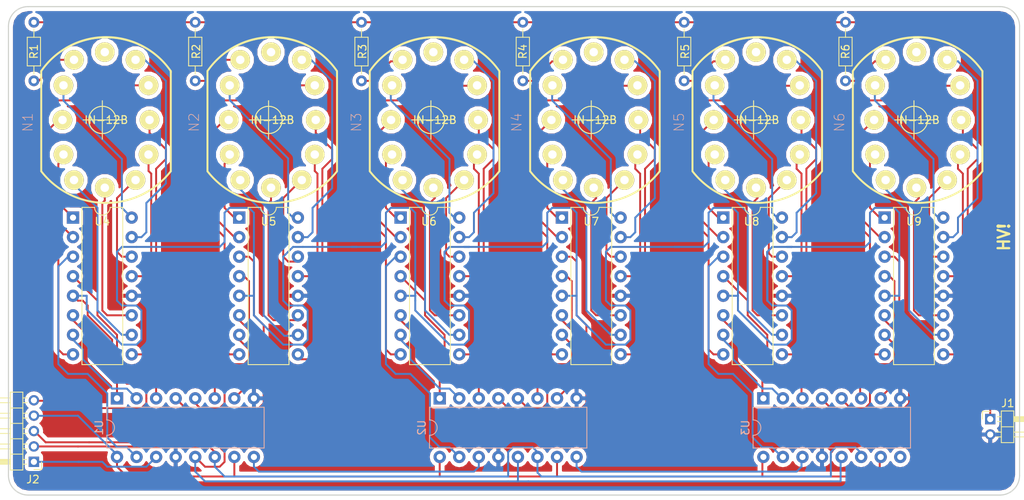
<source format=kicad_pcb>
(kicad_pcb (version 4) (host pcbnew 4.0.7)
  (layers (0 F.Cu signal hide) (31 B.Cu signal) (34 B.Paste user) (35 F.Paste user hide) (36 B.SilkS user) (37 F.SilkS user) (38 B.Mask user) (39 F.Mask user) (44 Edge.Cuts user))
  (net 0 "")
  (net 1 SER)
  (net 2 SCLK)
  (net 3 CLK)
  (net 4 HV)
  (net 5 "Net-(N1-Pad0)")
  (net 6 "Net-(N1-Pad1)")
  (net 7 "Net-(N1-Pad2)")
  (net 8 "Net-(N1-Pad3)")
  (net 9 "Net-(N1-Pad4)")
  (net 10 "Net-(N1-Pad5)")
  (net 11 "Net-(N1-Pad6)")
  (net 12 "Net-(N1-Pad7)")
  (net 13 "Net-(N1-Pad8)")
  (net 14 "Net-(N1-Pad9)")
  (net 15 "Net-(N1-PadA)")
  (net 16 "Net-(N1-PadLHDP)")
  (net 17 "Net-(N2-Pad0)")
  (net 18 "Net-(N2-Pad1)")
  (net 19 "Net-(N2-Pad2)")
  (net 20 "Net-(N2-Pad3)")
  (net 21 "Net-(N2-Pad4)")
  (net 22 "Net-(N2-Pad5)")
  (net 23 "Net-(N2-Pad6)")
  (net 24 "Net-(N2-Pad7)")
  (net 25 "Net-(N2-Pad8)")
  (net 26 "Net-(N2-Pad9)")
  (net 27 "Net-(N2-PadA)")
  (net 28 "Net-(N3-Pad0)")
  (net 29 "Net-(N3-Pad1)")
  (net 30 "Net-(N3-Pad2)")
  (net 31 "Net-(N3-Pad3)")
  (net 32 "Net-(N3-Pad4)")
  (net 33 "Net-(N3-Pad5)")
  (net 34 "Net-(N3-Pad6)")
  (net 35 "Net-(N3-Pad7)")
  (net 36 "Net-(N3-Pad8)")
  (net 37 "Net-(N3-Pad9)")
  (net 38 "Net-(N3-PadA)")
  (net 39 "Net-(N4-Pad0)")
  (net 40 "Net-(N4-Pad1)")
  (net 41 "Net-(N4-Pad2)")
  (net 42 "Net-(N4-Pad3)")
  (net 43 "Net-(N4-Pad4)")
  (net 44 "Net-(N4-Pad5)")
  (net 45 "Net-(N4-Pad6)")
  (net 46 "Net-(N4-Pad7)")
  (net 47 "Net-(N4-Pad8)")
  (net 48 "Net-(N4-Pad9)")
  (net 49 "Net-(N4-PadA)")
  (net 50 "Net-(N5-Pad0)")
  (net 51 "Net-(N5-Pad1)")
  (net 52 "Net-(N5-Pad2)")
  (net 53 "Net-(N5-Pad3)")
  (net 54 "Net-(N5-Pad4)")
  (net 55 "Net-(N5-Pad5)")
  (net 56 "Net-(N5-Pad6)")
  (net 57 "Net-(N5-Pad7)")
  (net 58 "Net-(N5-Pad8)")
  (net 59 "Net-(N5-Pad9)")
  (net 60 "Net-(N5-PadA)")
  (net 61 "Net-(N6-Pad0)")
  (net 62 "Net-(N6-Pad1)")
  (net 63 "Net-(N6-Pad2)")
  (net 64 "Net-(N6-Pad3)")
  (net 65 "Net-(N6-Pad4)")
  (net 66 "Net-(N6-Pad5)")
  (net 67 "Net-(N6-Pad6)")
  (net 68 "Net-(N6-Pad7)")
  (net 69 "Net-(N6-Pad8)")
  (net 70 "Net-(N6-Pad9)")
  (net 71 "Net-(N6-PadA)")
  (net 72 "Net-(U1-Pad1)")
  (net 73 "Net-(U1-Pad9)")
  (net 74 "Net-(U1-Pad2)")
  (net 75 "Net-(U1-Pad3)")
  (net 76 "Net-(U1-Pad4)")
  (net 77 "Net-(U1-Pad5)")
  (net 78 GND)
  (net 79 "Net-(U1-Pad6)")
  (net 80 "Net-(U1-Pad7)")
  (net 81 "Net-(U1-Pad15)")
  (net 82 "Net-(U2-Pad1)")
  (net 83 "Net-(U2-Pad9)")
  (net 84 "Net-(U2-Pad2)")
  (net 85 "Net-(U2-Pad3)")
  (net 86 "Net-(U2-Pad4)")
  (net 87 "Net-(U2-Pad5)")
  (net 88 "Net-(U2-Pad6)")
  (net 89 "Net-(U2-Pad7)")
  (net 90 "Net-(U2-Pad15)")
  (net 91 "Net-(U3-Pad1)")
  (net 92 "Net-(U3-Pad9)")
  (net 93 "Net-(U3-Pad2)")
  (net 94 "Net-(U3-Pad3)")
  (net 95 "Net-(U3-Pad4)")
  (net 96 "Net-(U3-Pad5)")
  (net 97 "Net-(U3-Pad6)")
  (net 98 "Net-(U3-Pad7)")
  (net 99 "Net-(U3-Pad15)")
  (net 100 3v3)
  (net 101 "Net-(N2-PadLHDP)")
  (net 102 "Net-(N3-PadLHDP)")
  (net 103 "Net-(N4-PadLHDP)")
  (net 104 "Net-(N5-PadLHDP)")
  (net 105 "Net-(N6-PadLHDP)")
  (net 106 5V)
  (module Pin_Headers:Pin_Header_Angled_1x02_Pitch2.00mm (layer F.Cu) (at 165.608 76.486)
    (fp_text reference J1 (at 2.286 -2.064) (layer F.SilkS))
    (fp_text value Conn_01x02)
    (pad 1 thru_hole rect (at 0 0) (size 1.35 1.35) (drill 0.8) (layers *.Cu *.Mask) (net 4 HV))
    (pad 2 thru_hole oval (at 0 2) (size 1.35 1.35) (drill 0.8) (layers *.Cu *.Mask) (net 78 GND))
  )
  (module Pin_Headers:Pin_Header_Angled_1x05_Pitch2.00mm (layer F.Cu) (at 41.402 82.042 180)
    (fp_text reference J2 (at 0.127 -2.286 180) (layer F.SilkS))
    (fp_text value Conn_01x05)
    (pad 1 thru_hole rect (at 0 0 180) (size 1.35 1.35) (drill 0.8) (layers *.Cu *.Mask) (net 1 SER))
    (pad 2 thru_hole oval (at 0 2 180) (size 1.35 1.35) (drill 0.8) (layers *.Cu *.Mask) (net 2 SCLK))
    (pad 3 thru_hole oval (at 0 4 180) (size 1.35 1.35) (drill 0.8) (layers *.Cu *.Mask) (net 3 CLK))
    (pad 4 thru_hole oval (at 0 6 180) (size 1.35 1.35) (drill 0.8) (layers *.Cu *.Mask) (net 100 3v3))
    (pad 5 thru_hole oval (at 0 8 180) (size 1.35 1.35) (drill 0.8) (layers *.Cu *.Mask) (net 106 5V))
  )
  (module Resistors_THT:R_Axial_DIN0204_L3.6mm_D1.6mm_P7.62mm_Horizontal (layer F.Cu) (at 41.402 24.892 270)
    (fp_text reference R1 (at 3.81 0 270) (layer F.SilkS))
    (fp_text value 47k)
    (pad 1 thru_hole circle (at 0 0 270) (size 1.4 1.4) (drill 0.7) (layers *.Cu *.Mask) (net 4 HV))
    (pad 2 thru_hole oval (at 7.62 0 270) (size 1.4 1.4) (drill 0.7) (layers *.Cu *.Mask) (net 15 "Net-(N1-PadA)"))
  )
  (module Resistors_THT:R_Axial_DIN0204_L3.6mm_D1.6mm_P7.62mm_Horizontal (layer F.Cu) (at 62.357 24.892 270)
    (fp_text reference R2 (at 3.81 -0.127 270) (layer F.SilkS))
    (fp_text value 47k)
    (pad 1 thru_hole circle (at 0 0 270) (size 1.4 1.4) (drill 0.7) (layers *.Cu *.Mask) (net 4 HV))
    (pad 2 thru_hole oval (at 7.62 0 270) (size 1.4 1.4) (drill 0.7) (layers *.Cu *.Mask) (net 27 "Net-(N2-PadA)"))
  )
  (module Resistors_THT:R_Axial_DIN0204_L3.6mm_D1.6mm_P7.62mm_Horizontal (layer F.Cu) (at 83.947 24.892 270)
    (fp_text reference R3 (at 3.81 -0.127 270) (layer F.SilkS))
    (fp_text value 47k)
    (pad 1 thru_hole circle (at 0 0 270) (size 1.4 1.4) (drill 0.7) (layers *.Cu *.Mask) (net 4 HV))
    (pad 2 thru_hole oval (at 7.62 0 270) (size 1.4 1.4) (drill 0.7) (layers *.Cu *.Mask) (net 38 "Net-(N3-PadA)"))
  )
  (module Resistors_THT:R_Axial_DIN0204_L3.6mm_D1.6mm_P7.62mm_Horizontal (layer F.Cu) (at 104.902 24.892 270)
    (fp_text reference R4 (at 3.81 0 270) (layer F.SilkS))
    (fp_text value 47k)
    (pad 1 thru_hole circle (at 0 0 270) (size 1.4 1.4) (drill 0.7) (layers *.Cu *.Mask) (net 4 HV))
    (pad 2 thru_hole oval (at 7.62 0 270) (size 1.4 1.4) (drill 0.7) (layers *.Cu *.Mask) (net 49 "Net-(N4-PadA)"))
  )
  (module Resistors_THT:R_Axial_DIN0204_L3.6mm_D1.6mm_P7.62mm_Horizontal (layer F.Cu) (at 125.857 24.892 270)
    (fp_text reference R5 (at 3.81 -0.127 270) (layer F.SilkS))
    (fp_text value 47k)
    (pad 1 thru_hole circle (at 0 0 270) (size 1.4 1.4) (drill 0.7) (layers *.Cu *.Mask) (net 4 HV))
    (pad 2 thru_hole oval (at 7.62 0 270) (size 1.4 1.4) (drill 0.7) (layers *.Cu *.Mask) (net 60 "Net-(N5-PadA)"))
  )
  (module Resistors_THT:R_Axial_DIN0204_L3.6mm_D1.6mm_P7.62mm_Horizontal (layer F.Cu) (at 146.812 24.892 270)
    (fp_text reference R6 (at 3.81 0 270) (layer F.SilkS))
    (fp_text value 47k)
    (pad 1 thru_hole circle (at 0 0 270) (size 1.4 1.4) (drill 0.7) (layers *.Cu *.Mask) (net 4 HV))
    (pad 2 thru_hole oval (at 7.62 0 270) (size 1.4 1.4) (drill 0.7) (layers *.Cu *.Mask) (net 71 "Net-(N6-PadA)"))
  )
  (module Housings_DIP:DIP-16_W7.62mm (layer B.Cu) (at 52.197 73.787 270)
    (fp_text reference U1 (at 3.81 2.33 270) (layer B.SilkS) (effects (justify mirror)))
    (fp_text value 74HC595)
    (pad 1 thru_hole rect (at 0 0 270) (size 1.6 1.6) (drill 0.8) (layers *.Cu *.Mask) (net 72 "Net-(U1-Pad1)"))
    (pad 9 thru_hole oval (at 7.62 -17.78 270) (size 1.6 1.6) (drill 0.8) (layers *.Cu *.Mask) (net 73 "Net-(U1-Pad9)"))
    (pad 2 thru_hole oval (at 0 -2.54 270) (size 1.6 1.6) (drill 0.8) (layers *.Cu *.Mask) (net 74 "Net-(U1-Pad2)"))
    (pad 10 thru_hole oval (at 7.62 -15.24 270) (size 1.6 1.6) (drill 0.8) (layers *.Cu *.Mask) (net 100 3v3))
    (pad 3 thru_hole oval (at 0 -5.08 270) (size 1.6 1.6) (drill 0.8) (layers *.Cu *.Mask) (net 75 "Net-(U1-Pad3)"))
    (pad 11 thru_hole oval (at 7.62 -12.7 270) (size 1.6 1.6) (drill 0.8) (layers *.Cu *.Mask) (net 2 SCLK))
    (pad 4 thru_hole oval (at 0 -7.62 270) (size 1.6 1.6) (drill 0.8) (layers *.Cu *.Mask) (net 76 "Net-(U1-Pad4)"))
    (pad 12 thru_hole oval (at 7.62 -10.16 270) (size 1.6 1.6) (drill 0.8) (layers *.Cu *.Mask) (net 3 CLK))
    (pad 5 thru_hole oval (at 0 -10.16 270) (size 1.6 1.6) (drill 0.8) (layers *.Cu *.Mask) (net 77 "Net-(U1-Pad5)"))
    (pad 13 thru_hole oval (at 7.62 -7.62 270) (size 1.6 1.6) (drill 0.8) (layers *.Cu *.Mask) (net 78 GND))
    (pad 6 thru_hole oval (at 0 -12.7 270) (size 1.6 1.6) (drill 0.8) (layers *.Cu *.Mask) (net 79 "Net-(U1-Pad6)"))
    (pad 14 thru_hole oval (at 7.62 -5.08 270) (size 1.6 1.6) (drill 0.8) (layers *.Cu *.Mask) (net 1 SER))
    (pad 7 thru_hole oval (at 0 -15.24 270) (size 1.6 1.6) (drill 0.8) (layers *.Cu *.Mask) (net 80 "Net-(U1-Pad7)"))
    (pad 15 thru_hole oval (at 7.62 -2.54 270) (size 1.6 1.6) (drill 0.8) (layers *.Cu *.Mask) (net 81 "Net-(U1-Pad15)"))
    (pad 8 thru_hole oval (at 0 -17.78 270) (size 1.6 1.6) (drill 0.8) (layers *.Cu *.Mask) (net 78 GND))
    (pad 16 thru_hole oval (at 7.62 0 270) (size 1.6 1.6) (drill 0.8) (layers *.Cu *.Mask) (net 100 3v3))
  )
  (module Housings_DIP:DIP-16_W7.62mm (layer B.Cu) (at 94.107 73.787 270)
    (fp_text reference U2 (at 3.81 2.33 270) (layer B.SilkS) (effects (justify mirror)))
    (fp_text value 74HC595)
    (pad 1 thru_hole rect (at 0 0 270) (size 1.6 1.6) (drill 0.8) (layers *.Cu *.Mask) (net 82 "Net-(U2-Pad1)"))
    (pad 9 thru_hole oval (at 7.62 -17.78 270) (size 1.6 1.6) (drill 0.8) (layers *.Cu *.Mask) (net 83 "Net-(U2-Pad9)"))
    (pad 2 thru_hole oval (at 0 -2.54 270) (size 1.6 1.6) (drill 0.8) (layers *.Cu *.Mask) (net 84 "Net-(U2-Pad2)"))
    (pad 10 thru_hole oval (at 7.62 -15.24 270) (size 1.6 1.6) (drill 0.8) (layers *.Cu *.Mask) (net 100 3v3))
    (pad 3 thru_hole oval (at 0 -5.08 270) (size 1.6 1.6) (drill 0.8) (layers *.Cu *.Mask) (net 85 "Net-(U2-Pad3)"))
    (pad 11 thru_hole oval (at 7.62 -12.7 270) (size 1.6 1.6) (drill 0.8) (layers *.Cu *.Mask) (net 2 SCLK))
    (pad 4 thru_hole oval (at 0 -7.62 270) (size 1.6 1.6) (drill 0.8) (layers *.Cu *.Mask) (net 86 "Net-(U2-Pad4)"))
    (pad 12 thru_hole oval (at 7.62 -10.16 270) (size 1.6 1.6) (drill 0.8) (layers *.Cu *.Mask) (net 3 CLK))
    (pad 5 thru_hole oval (at 0 -10.16 270) (size 1.6 1.6) (drill 0.8) (layers *.Cu *.Mask) (net 87 "Net-(U2-Pad5)"))
    (pad 13 thru_hole oval (at 7.62 -7.62 270) (size 1.6 1.6) (drill 0.8) (layers *.Cu *.Mask) (net 78 GND))
    (pad 6 thru_hole oval (at 0 -12.7 270) (size 1.6 1.6) (drill 0.8) (layers *.Cu *.Mask) (net 88 "Net-(U2-Pad6)"))
    (pad 14 thru_hole oval (at 7.62 -5.08 270) (size 1.6 1.6) (drill 0.8) (layers *.Cu *.Mask) (net 73 "Net-(U1-Pad9)"))
    (pad 7 thru_hole oval (at 0 -15.24 270) (size 1.6 1.6) (drill 0.8) (layers *.Cu *.Mask) (net 89 "Net-(U2-Pad7)"))
    (pad 15 thru_hole oval (at 7.62 -2.54 270) (size 1.6 1.6) (drill 0.8) (layers *.Cu *.Mask) (net 90 "Net-(U2-Pad15)"))
    (pad 8 thru_hole oval (at 0 -17.78 270) (size 1.6 1.6) (drill 0.8) (layers *.Cu *.Mask) (net 78 GND))
    (pad 16 thru_hole oval (at 7.62 0 270) (size 1.6 1.6) (drill 0.8) (layers *.Cu *.Mask) (net 100 3v3))
  )
  (module Housings_DIP:DIP-16_W7.62mm (layer B.Cu) (at 136.144 73.787 270)
    (fp_text reference U3 (at 3.81 2.33 270) (layer B.SilkS) (effects (justify mirror)))
    (fp_text value 74HC595)
    (pad 1 thru_hole rect (at 0 0 270) (size 1.6 1.6) (drill 0.8) (layers *.Cu *.Mask) (net 91 "Net-(U3-Pad1)"))
    (pad 9 thru_hole oval (at 7.62 -17.78 270) (size 1.6 1.6) (drill 0.8) (layers *.Cu *.Mask) (net 92 "Net-(U3-Pad9)"))
    (pad 2 thru_hole oval (at 0 -2.54 270) (size 1.6 1.6) (drill 0.8) (layers *.Cu *.Mask) (net 93 "Net-(U3-Pad2)"))
    (pad 10 thru_hole oval (at 7.62 -15.24 270) (size 1.6 1.6) (drill 0.8) (layers *.Cu *.Mask) (net 100 3v3))
    (pad 3 thru_hole oval (at 0 -5.08 270) (size 1.6 1.6) (drill 0.8) (layers *.Cu *.Mask) (net 94 "Net-(U3-Pad3)"))
    (pad 11 thru_hole oval (at 7.62 -12.7 270) (size 1.6 1.6) (drill 0.8) (layers *.Cu *.Mask) (net 2 SCLK))
    (pad 4 thru_hole oval (at 0 -7.62 270) (size 1.6 1.6) (drill 0.8) (layers *.Cu *.Mask) (net 95 "Net-(U3-Pad4)"))
    (pad 12 thru_hole oval (at 7.62 -10.16 270) (size 1.6 1.6) (drill 0.8) (layers *.Cu *.Mask) (net 3 CLK))
    (pad 5 thru_hole oval (at 0 -10.16 270) (size 1.6 1.6) (drill 0.8) (layers *.Cu *.Mask) (net 96 "Net-(U3-Pad5)"))
    (pad 13 thru_hole oval (at 7.62 -7.62 270) (size 1.6 1.6) (drill 0.8) (layers *.Cu *.Mask) (net 78 GND))
    (pad 6 thru_hole oval (at 0 -12.7 270) (size 1.6 1.6) (drill 0.8) (layers *.Cu *.Mask) (net 97 "Net-(U3-Pad6)"))
    (pad 14 thru_hole oval (at 7.62 -5.08 270) (size 1.6 1.6) (drill 0.8) (layers *.Cu *.Mask) (net 83 "Net-(U2-Pad9)"))
    (pad 7 thru_hole oval (at 0 -15.24 270) (size 1.6 1.6) (drill 0.8) (layers *.Cu *.Mask) (net 98 "Net-(U3-Pad7)"))
    (pad 15 thru_hole oval (at 7.62 -2.54 270) (size 1.6 1.6) (drill 0.8) (layers *.Cu *.Mask) (net 99 "Net-(U3-Pad15)"))
    (pad 8 thru_hole oval (at 0 -17.78 270) (size 1.6 1.6) (drill 0.8) (layers *.Cu *.Mask) (net 78 GND))
    (pad 16 thru_hole oval (at 7.62 0 270) (size 1.6 1.6) (drill 0.8) (layers *.Cu *.Mask) (net 100 3v3))
  )
  (module Housings_DIP:DIP-16_W7.62mm (layer F.Cu) (at 46.482 50.292)
    (fp_text reference U4 (at 3.81 0.508) (layer F.SilkS))
    (fp_text value 74141)
    (pad 1 thru_hole rect (at 0 0) (size 1.6 1.6) (drill 0.8) (layers *.Cu *.Mask) (net 13 "Net-(N1-Pad8)"))
    (pad 9 thru_hole oval (at 7.62 17.78) (size 1.6 1.6) (drill 0.8) (layers *.Cu *.Mask) (net 8 "Net-(N1-Pad3)"))
    (pad 2 thru_hole oval (at 0 2.54) (size 1.6 1.6) (drill 0.8) (layers *.Cu *.Mask) (net 14 "Net-(N1-Pad9)"))
    (pad 10 thru_hole oval (at 7.62 15.24) (size 1.6 1.6) (drill 0.8) (layers *.Cu *.Mask) (net 12 "Net-(N1-Pad7)"))
    (pad 3 thru_hole oval (at 0 5.08) (size 1.6 1.6) (drill 0.8) (layers *.Cu *.Mask) (net 81 "Net-(U1-Pad15)"))
    (pad 11 thru_hole oval (at 7.62 12.7) (size 1.6 1.6) (drill 0.8) (layers *.Cu *.Mask) (net 11 "Net-(N1-Pad6)"))
    (pad 4 thru_hole oval (at 0 7.62) (size 1.6 1.6) (drill 0.8) (layers *.Cu *.Mask) (net 75 "Net-(U1-Pad3)"))
    (pad 12 thru_hole oval (at 7.62 10.16) (size 1.6 1.6) (drill 0.8) (layers *.Cu *.Mask) (net 78 GND))
    (pad 5 thru_hole oval (at 0 10.16) (size 1.6 1.6) (drill 0.8) (layers *.Cu *.Mask) (net 106 5V))
    (pad 13 thru_hole oval (at 7.62 7.62) (size 1.6 1.6) (drill 0.8) (layers *.Cu *.Mask) (net 9 "Net-(N1-Pad4)"))
    (pad 6 thru_hole oval (at 0 12.7) (size 1.6 1.6) (drill 0.8) (layers *.Cu *.Mask) (net 72 "Net-(U1-Pad1)"))
    (pad 14 thru_hole oval (at 7.62 5.08) (size 1.6 1.6) (drill 0.8) (layers *.Cu *.Mask) (net 10 "Net-(N1-Pad5)"))
    (pad 7 thru_hole oval (at 0 15.24) (size 1.6 1.6) (drill 0.8) (layers *.Cu *.Mask) (net 74 "Net-(U1-Pad2)"))
    (pad 15 thru_hole oval (at 7.62 2.54) (size 1.6 1.6) (drill 0.8) (layers *.Cu *.Mask) (net 6 "Net-(N1-Pad1)"))
    (pad 8 thru_hole oval (at 0 17.78) (size 1.6 1.6) (drill 0.8) (layers *.Cu *.Mask) (net 7 "Net-(N1-Pad2)"))
    (pad 16 thru_hole oval (at 7.62 0) (size 1.6 1.6) (drill 0.8) (layers *.Cu *.Mask) (net 5 "Net-(N1-Pad0)"))
  )
  (module Housings_DIP:DIP-16_W7.62mm (layer F.Cu) (at 68.072 50.292)
    (fp_text reference U5 (at 3.81 0.508) (layer F.SilkS))
    (fp_text value 74141)
    (pad 1 thru_hole rect (at 0 0) (size 1.6 1.6) (drill 0.8) (layers *.Cu *.Mask) (net 25 "Net-(N2-Pad8)"))
    (pad 9 thru_hole oval (at 7.62 17.78) (size 1.6 1.6) (drill 0.8) (layers *.Cu *.Mask) (net 20 "Net-(N2-Pad3)"))
    (pad 2 thru_hole oval (at 0 2.54) (size 1.6 1.6) (drill 0.8) (layers *.Cu *.Mask) (net 26 "Net-(N2-Pad9)"))
    (pad 10 thru_hole oval (at 7.62 15.24) (size 1.6 1.6) (drill 0.8) (layers *.Cu *.Mask) (net 24 "Net-(N2-Pad7)"))
    (pad 3 thru_hole oval (at 0 5.08) (size 1.6 1.6) (drill 0.8) (layers *.Cu *.Mask) (net 76 "Net-(U1-Pad4)"))
    (pad 11 thru_hole oval (at 7.62 12.7) (size 1.6 1.6) (drill 0.8) (layers *.Cu *.Mask) (net 23 "Net-(N2-Pad6)"))
    (pad 4 thru_hole oval (at 0 7.62) (size 1.6 1.6) (drill 0.8) (layers *.Cu *.Mask) (net 80 "Net-(U1-Pad7)"))
    (pad 12 thru_hole oval (at 7.62 10.16) (size 1.6 1.6) (drill 0.8) (layers *.Cu *.Mask) (net 78 GND))
    (pad 5 thru_hole oval (at 0 10.16) (size 1.6 1.6) (drill 0.8) (layers *.Cu *.Mask) (net 106 5V))
    (pad 13 thru_hole oval (at 7.62 7.62) (size 1.6 1.6) (drill 0.8) (layers *.Cu *.Mask) (net 21 "Net-(N2-Pad4)"))
    (pad 6 thru_hole oval (at 0 12.7) (size 1.6 1.6) (drill 0.8) (layers *.Cu *.Mask) (net 77 "Net-(U1-Pad5)"))
    (pad 14 thru_hole oval (at 7.62 5.08) (size 1.6 1.6) (drill 0.8) (layers *.Cu *.Mask) (net 22 "Net-(N2-Pad5)"))
    (pad 7 thru_hole oval (at 0 15.24) (size 1.6 1.6) (drill 0.8) (layers *.Cu *.Mask) (net 79 "Net-(U1-Pad6)"))
    (pad 15 thru_hole oval (at 7.62 2.54) (size 1.6 1.6) (drill 0.8) (layers *.Cu *.Mask) (net 18 "Net-(N2-Pad1)"))
    (pad 8 thru_hole oval (at 0 17.78) (size 1.6 1.6) (drill 0.8) (layers *.Cu *.Mask) (net 19 "Net-(N2-Pad2)"))
    (pad 16 thru_hole oval (at 7.62 0) (size 1.6 1.6) (drill 0.8) (layers *.Cu *.Mask) (net 17 "Net-(N2-Pad0)"))
  )
  (module Housings_DIP:DIP-16_W7.62mm (layer F.Cu) (at 89.027 50.292)
    (fp_text reference U6 (at 3.683 0.508) (layer F.SilkS))
    (fp_text value 74141)
    (pad 1 thru_hole rect (at 0 0) (size 1.6 1.6) (drill 0.8) (layers *.Cu *.Mask) (net 36 "Net-(N3-Pad8)"))
    (pad 9 thru_hole oval (at 7.62 17.78) (size 1.6 1.6) (drill 0.8) (layers *.Cu *.Mask) (net 31 "Net-(N3-Pad3)"))
    (pad 2 thru_hole oval (at 0 2.54) (size 1.6 1.6) (drill 0.8) (layers *.Cu *.Mask) (net 37 "Net-(N3-Pad9)"))
    (pad 10 thru_hole oval (at 7.62 15.24) (size 1.6 1.6) (drill 0.8) (layers *.Cu *.Mask) (net 35 "Net-(N3-Pad7)"))
    (pad 3 thru_hole oval (at 0 5.08) (size 1.6 1.6) (drill 0.8) (layers *.Cu *.Mask) (net 90 "Net-(U2-Pad15)"))
    (pad 11 thru_hole oval (at 7.62 12.7) (size 1.6 1.6) (drill 0.8) (layers *.Cu *.Mask) (net 34 "Net-(N3-Pad6)"))
    (pad 4 thru_hole oval (at 0 7.62) (size 1.6 1.6) (drill 0.8) (layers *.Cu *.Mask) (net 85 "Net-(U2-Pad3)"))
    (pad 12 thru_hole oval (at 7.62 10.16) (size 1.6 1.6) (drill 0.8) (layers *.Cu *.Mask) (net 78 GND))
    (pad 5 thru_hole oval (at 0 10.16) (size 1.6 1.6) (drill 0.8) (layers *.Cu *.Mask) (net 106 5V))
    (pad 13 thru_hole oval (at 7.62 7.62) (size 1.6 1.6) (drill 0.8) (layers *.Cu *.Mask) (net 32 "Net-(N3-Pad4)"))
    (pad 6 thru_hole oval (at 0 12.7) (size 1.6 1.6) (drill 0.8) (layers *.Cu *.Mask) (net 82 "Net-(U2-Pad1)"))
    (pad 14 thru_hole oval (at 7.62 5.08) (size 1.6 1.6) (drill 0.8) (layers *.Cu *.Mask) (net 33 "Net-(N3-Pad5)"))
    (pad 7 thru_hole oval (at 0 15.24) (size 1.6 1.6) (drill 0.8) (layers *.Cu *.Mask) (net 84 "Net-(U2-Pad2)"))
    (pad 15 thru_hole oval (at 7.62 2.54) (size 1.6 1.6) (drill 0.8) (layers *.Cu *.Mask) (net 29 "Net-(N3-Pad1)"))
    (pad 8 thru_hole oval (at 0 17.78) (size 1.6 1.6) (drill 0.8) (layers *.Cu *.Mask) (net 30 "Net-(N3-Pad2)"))
    (pad 16 thru_hole oval (at 7.62 0) (size 1.6 1.6) (drill 0.8) (layers *.Cu *.Mask) (net 28 "Net-(N3-Pad0)"))
  )
  (module Housings_DIP:DIP-16_W7.62mm (layer F.Cu) (at 109.982 50.292)
    (fp_text reference U7 (at 3.81 0.508) (layer F.SilkS))
    (fp_text value 74141)
    (pad 1 thru_hole rect (at 0 0) (size 1.6 1.6) (drill 0.8) (layers *.Cu *.Mask) (net 47 "Net-(N4-Pad8)"))
    (pad 9 thru_hole oval (at 7.62 17.78) (size 1.6 1.6) (drill 0.8) (layers *.Cu *.Mask) (net 42 "Net-(N4-Pad3)"))
    (pad 2 thru_hole oval (at 0 2.54) (size 1.6 1.6) (drill 0.8) (layers *.Cu *.Mask) (net 48 "Net-(N4-Pad9)"))
    (pad 10 thru_hole oval (at 7.62 15.24) (size 1.6 1.6) (drill 0.8) (layers *.Cu *.Mask) (net 46 "Net-(N4-Pad7)"))
    (pad 3 thru_hole oval (at 0 5.08) (size 1.6 1.6) (drill 0.8) (layers *.Cu *.Mask) (net 86 "Net-(U2-Pad4)"))
    (pad 11 thru_hole oval (at 7.62 12.7) (size 1.6 1.6) (drill 0.8) (layers *.Cu *.Mask) (net 45 "Net-(N4-Pad6)"))
    (pad 4 thru_hole oval (at 0 7.62) (size 1.6 1.6) (drill 0.8) (layers *.Cu *.Mask) (net 89 "Net-(U2-Pad7)"))
    (pad 12 thru_hole oval (at 7.62 10.16) (size 1.6 1.6) (drill 0.8) (layers *.Cu *.Mask) (net 78 GND))
    (pad 5 thru_hole oval (at 0 10.16) (size 1.6 1.6) (drill 0.8) (layers *.Cu *.Mask) (net 106 5V))
    (pad 13 thru_hole oval (at 7.62 7.62) (size 1.6 1.6) (drill 0.8) (layers *.Cu *.Mask) (net 43 "Net-(N4-Pad4)"))
    (pad 6 thru_hole oval (at 0 12.7) (size 1.6 1.6) (drill 0.8) (layers *.Cu *.Mask) (net 87 "Net-(U2-Pad5)"))
    (pad 14 thru_hole oval (at 7.62 5.08) (size 1.6 1.6) (drill 0.8) (layers *.Cu *.Mask) (net 44 "Net-(N4-Pad5)"))
    (pad 7 thru_hole oval (at 0 15.24) (size 1.6 1.6) (drill 0.8) (layers *.Cu *.Mask) (net 88 "Net-(U2-Pad6)"))
    (pad 15 thru_hole oval (at 7.62 2.54) (size 1.6 1.6) (drill 0.8) (layers *.Cu *.Mask) (net 40 "Net-(N4-Pad1)"))
    (pad 8 thru_hole oval (at 0 17.78) (size 1.6 1.6) (drill 0.8) (layers *.Cu *.Mask) (net 41 "Net-(N4-Pad2)"))
    (pad 16 thru_hole oval (at 7.62 0) (size 1.6 1.6) (drill 0.8) (layers *.Cu *.Mask) (net 39 "Net-(N4-Pad0)"))
  )
  (module Housings_DIP:DIP-16_W7.62mm (layer F.Cu) (at 130.937 50.292)
    (fp_text reference U8 (at 3.683 0.508) (layer F.SilkS))
    (fp_text value 74141)
    (pad 1 thru_hole rect (at 0 0) (size 1.6 1.6) (drill 0.8) (layers *.Cu *.Mask) (net 58 "Net-(N5-Pad8)"))
    (pad 9 thru_hole oval (at 7.62 17.78) (size 1.6 1.6) (drill 0.8) (layers *.Cu *.Mask) (net 53 "Net-(N5-Pad3)"))
    (pad 2 thru_hole oval (at 0 2.54) (size 1.6 1.6) (drill 0.8) (layers *.Cu *.Mask) (net 59 "Net-(N5-Pad9)"))
    (pad 10 thru_hole oval (at 7.62 15.24) (size 1.6 1.6) (drill 0.8) (layers *.Cu *.Mask) (net 57 "Net-(N5-Pad7)"))
    (pad 3 thru_hole oval (at 0 5.08) (size 1.6 1.6) (drill 0.8) (layers *.Cu *.Mask) (net 99 "Net-(U3-Pad15)"))
    (pad 11 thru_hole oval (at 7.62 12.7) (size 1.6 1.6) (drill 0.8) (layers *.Cu *.Mask) (net 56 "Net-(N5-Pad6)"))
    (pad 4 thru_hole oval (at 0 7.62) (size 1.6 1.6) (drill 0.8) (layers *.Cu *.Mask) (net 94 "Net-(U3-Pad3)"))
    (pad 12 thru_hole oval (at 7.62 10.16) (size 1.6 1.6) (drill 0.8) (layers *.Cu *.Mask) (net 78 GND))
    (pad 5 thru_hole oval (at 0 10.16) (size 1.6 1.6) (drill 0.8) (layers *.Cu *.Mask) (net 106 5V))
    (pad 13 thru_hole oval (at 7.62 7.62) (size 1.6 1.6) (drill 0.8) (layers *.Cu *.Mask) (net 54 "Net-(N5-Pad4)"))
    (pad 6 thru_hole oval (at 0 12.7) (size 1.6 1.6) (drill 0.8) (layers *.Cu *.Mask) (net 91 "Net-(U3-Pad1)"))
    (pad 14 thru_hole oval (at 7.62 5.08) (size 1.6 1.6) (drill 0.8) (layers *.Cu *.Mask) (net 55 "Net-(N5-Pad5)"))
    (pad 7 thru_hole oval (at 0 15.24) (size 1.6 1.6) (drill 0.8) (layers *.Cu *.Mask) (net 93 "Net-(U3-Pad2)"))
    (pad 15 thru_hole oval (at 7.62 2.54) (size 1.6 1.6) (drill 0.8) (layers *.Cu *.Mask) (net 51 "Net-(N5-Pad1)"))
    (pad 8 thru_hole oval (at 0 17.78) (size 1.6 1.6) (drill 0.8) (layers *.Cu *.Mask) (net 52 "Net-(N5-Pad2)"))
    (pad 16 thru_hole oval (at 7.62 0) (size 1.6 1.6) (drill 0.8) (layers *.Cu *.Mask) (net 50 "Net-(N5-Pad0)"))
  )
  (module Housings_DIP:DIP-16_W7.62mm (layer F.Cu) (at 151.892 50.292)
    (fp_text reference U9 (at 3.81 0.508) (layer F.SilkS))
    (fp_text value 74141)
    (pad 1 thru_hole rect (at 0 0) (size 1.6 1.6) (drill 0.8) (layers *.Cu *.Mask) (net 69 "Net-(N6-Pad8)"))
    (pad 9 thru_hole oval (at 7.62 17.78) (size 1.6 1.6) (drill 0.8) (layers *.Cu *.Mask) (net 64 "Net-(N6-Pad3)"))
    (pad 2 thru_hole oval (at 0 2.54) (size 1.6 1.6) (drill 0.8) (layers *.Cu *.Mask) (net 70 "Net-(N6-Pad9)"))
    (pad 10 thru_hole oval (at 7.62 15.24) (size 1.6 1.6) (drill 0.8) (layers *.Cu *.Mask) (net 68 "Net-(N6-Pad7)"))
    (pad 3 thru_hole oval (at 0 5.08) (size 1.6 1.6) (drill 0.8) (layers *.Cu *.Mask) (net 95 "Net-(U3-Pad4)"))
    (pad 11 thru_hole oval (at 7.62 12.7) (size 1.6 1.6) (drill 0.8) (layers *.Cu *.Mask) (net 67 "Net-(N6-Pad6)"))
    (pad 4 thru_hole oval (at 0 7.62) (size 1.6 1.6) (drill 0.8) (layers *.Cu *.Mask) (net 98 "Net-(U3-Pad7)"))
    (pad 12 thru_hole oval (at 7.62 10.16) (size 1.6 1.6) (drill 0.8) (layers *.Cu *.Mask) (net 78 GND))
    (pad 5 thru_hole oval (at 0 10.16) (size 1.6 1.6) (drill 0.8) (layers *.Cu *.Mask) (net 106 5V))
    (pad 13 thru_hole oval (at 7.62 7.62) (size 1.6 1.6) (drill 0.8) (layers *.Cu *.Mask) (net 65 "Net-(N6-Pad4)"))
    (pad 6 thru_hole oval (at 0 12.7) (size 1.6 1.6) (drill 0.8) (layers *.Cu *.Mask) (net 96 "Net-(U3-Pad5)"))
    (pad 14 thru_hole oval (at 7.62 5.08) (size 1.6 1.6) (drill 0.8) (layers *.Cu *.Mask) (net 66 "Net-(N6-Pad5)"))
    (pad 7 thru_hole oval (at 0 15.24) (size 1.6 1.6) (drill 0.8) (layers *.Cu *.Mask) (net 97 "Net-(U3-Pad6)"))
    (pad 15 thru_hole oval (at 7.62 2.54) (size 1.6 1.6) (drill 0.8) (layers *.Cu *.Mask) (net 62 "Net-(N6-Pad1)"))
    (pad 8 thru_hole oval (at 0 17.78) (size 1.6 1.6) (drill 0.8) (layers *.Cu *.Mask) (net 63 "Net-(N6-Pad2)"))
    (pad 16 thru_hole oval (at 7.62 0) (size 1.6 1.6) (drill 0.8) (layers *.Cu *.Mask) (net 61 "Net-(N6-Pad0)"))
  )
  (module nixie:russian-nixies-IN-12 (layer F.Cu) (at 92.964 37.592 180)
    (fp_text reference N3 (at 9.68248 -0.3175 270) (layer B.SilkS) (effects (font (size 1.27 1.27) (thickness 0.0889))))
    (fp_text value IN-12B (at -0.50546 0 180) (layer F.SilkS))
    (pad 0 thru_hole circle (at 5.04698 4.49834 180) (size 2.54 2.54) (drill 1.09982) (layers *.Cu *.Paste *.Mask F.SilkS) (net 28 "Net-(N3-Pad0)"))
    (pad 1 thru_hole circle (at -4.31546 7.81558 180) (size 2.54 2.54) (drill 1.09982) (layers *.Cu *.Paste *.Mask F.SilkS) (net 29 "Net-(N3-Pad1)"))
    (pad 2 thru_hole circle (at -5.99948 4.49834 180) (size 2.54 2.54) (drill 1.09982) (layers *.Cu *.Paste *.Mask F.SilkS) (net 30 "Net-(N3-Pad2)"))
    (pad 3 thru_hole circle (at -6.12648 0 180) (size 2.54 2.54) (drill 1.09982) (layers *.Cu *.Paste *.Mask F.SilkS) (net 31 "Net-(N3-Pad3)"))
    (pad 4 thru_hole circle (at -5.99948 -4.49834 180) (size 2.54 2.54) (drill 1.09982) (layers *.Cu *.Paste *.Mask F.SilkS) (net 32 "Net-(N3-Pad4)"))
    (pad 5 thru_hole circle (at -4.31546 -7.81558 180) (size 2.54 2.54) (drill 1.09982) (layers *.Cu *.Paste *.Mask F.SilkS) (net 33 "Net-(N3-Pad5)"))
    (pad 6 thru_hole circle (at -0.3175 -8.81634 180) (size 2.54 2.54) (drill 1.09982) (layers *.Cu *.Paste *.Mask F.SilkS) (net 34 "Net-(N3-Pad6)"))
    (pad 7 thru_hole circle (at 3.68046 -7.81558 180) (size 2.54 2.54) (drill 1.09982) (layers *.Cu *.Paste *.Mask F.SilkS) (net 35 "Net-(N3-Pad7)"))
    (pad 8 thru_hole circle (at 5.04698 -4.49834 180) (size 2.54 2.54) (drill 1.09982) (layers *.Cu *.Paste *.Mask F.SilkS) (net 36 "Net-(N3-Pad8)"))
    (pad 9 thru_hole circle (at 5.17398 0 180) (size 2.54 2.54) (drill 1.09982) (layers *.Cu *.Paste *.Mask F.SilkS) (net 37 "Net-(N3-Pad9)"))
    (pad A thru_hole circle (at 3.68046 7.81558 180) (size 2.54 2.54) (drill 1.09982) (layers *.Cu *.Paste *.Mask F.SilkS) (net 38 "Net-(N3-PadA)"))
    (pad LHDP thru_hole circle (at -0.3175 8.81634 180) (size 2.54 2.54) (drill 1.09982) (layers *.Cu *.Paste *.Mask F.SilkS) (net 102 "Net-(N3-PadLHDP)"))
  )
  (module nixie:russian-nixies-IN-12 (layer F.Cu) (at 50.292 37.592 180)
    (fp_text reference N1 (at 9.68248 -0.3175 270) (layer B.SilkS) (effects (font (size 1.27 1.27) (thickness 0.0889))))
    (fp_text value IN-12B (at -0.50546 0 180) (layer F.SilkS))
    (pad 0 thru_hole circle (at 5.04698 4.49834 180) (size 2.54 2.54) (drill 1.09982) (layers *.Cu *.Paste *.Mask F.SilkS) (net 5 "Net-(N1-Pad0)"))
    (pad 1 thru_hole circle (at -4.31546 7.81558 180) (size 2.54 2.54) (drill 1.09982) (layers *.Cu *.Paste *.Mask F.SilkS) (net 6 "Net-(N1-Pad1)"))
    (pad 2 thru_hole circle (at -5.99948 4.49834 180) (size 2.54 2.54) (drill 1.09982) (layers *.Cu *.Paste *.Mask F.SilkS) (net 7 "Net-(N1-Pad2)"))
    (pad 3 thru_hole circle (at -6.12648 0 180) (size 2.54 2.54) (drill 1.09982) (layers *.Cu *.Paste *.Mask F.SilkS) (net 8 "Net-(N1-Pad3)"))
    (pad 4 thru_hole circle (at -5.99948 -4.49834 180) (size 2.54 2.54) (drill 1.09982) (layers *.Cu *.Paste *.Mask F.SilkS) (net 9 "Net-(N1-Pad4)"))
    (pad 5 thru_hole circle (at -4.31546 -7.81558 180) (size 2.54 2.54) (drill 1.09982) (layers *.Cu *.Paste *.Mask F.SilkS) (net 10 "Net-(N1-Pad5)"))
    (pad 6 thru_hole circle (at -0.3175 -8.81634 180) (size 2.54 2.54) (drill 1.09982) (layers *.Cu *.Paste *.Mask F.SilkS) (net 11 "Net-(N1-Pad6)"))
    (pad 7 thru_hole circle (at 3.68046 -7.81558 180) (size 2.54 2.54) (drill 1.09982) (layers *.Cu *.Paste *.Mask F.SilkS) (net 12 "Net-(N1-Pad7)"))
    (pad 8 thru_hole circle (at 5.04698 -4.49834 180) (size 2.54 2.54) (drill 1.09982) (layers *.Cu *.Paste *.Mask F.SilkS) (net 13 "Net-(N1-Pad8)"))
    (pad 9 thru_hole circle (at 5.17398 0 180) (size 2.54 2.54) (drill 1.09982) (layers *.Cu *.Paste *.Mask F.SilkS) (net 14 "Net-(N1-Pad9)"))
    (pad A thru_hole circle (at 3.68046 7.81558 180) (size 2.54 2.54) (drill 1.09982) (layers *.Cu *.Paste *.Mask F.SilkS) (net 15 "Net-(N1-PadA)"))
    (pad LHDP thru_hole circle (at -0.3175 8.81634 180) (size 2.54 2.54) (drill 1.09982) (layers *.Cu *.Paste *.Mask F.SilkS) (net 16 "Net-(N1-PadLHDP)"))
  )
  (module nixie:russian-nixies-IN-12 (layer F.Cu) (at 71.882 37.592 180)
    (fp_text reference N2 (at 9.68248 -0.3175 270) (layer B.SilkS) (effects (font (size 1.27 1.27) (thickness 0.0889))))
    (fp_text value IN-12B (at -0.50546 0 180) (layer F.SilkS))
    (pad 0 thru_hole circle (at 5.04698 4.49834 180) (size 2.54 2.54) (drill 1.09982) (layers *.Cu *.Paste *.Mask F.SilkS) (net 17 "Net-(N2-Pad0)"))
    (pad 1 thru_hole circle (at -4.31546 7.81558 180) (size 2.54 2.54) (drill 1.09982) (layers *.Cu *.Paste *.Mask F.SilkS) (net 18 "Net-(N2-Pad1)"))
    (pad 2 thru_hole circle (at -5.99948 4.49834 180) (size 2.54 2.54) (drill 1.09982) (layers *.Cu *.Paste *.Mask F.SilkS) (net 19 "Net-(N2-Pad2)"))
    (pad 3 thru_hole circle (at -6.12648 0 180) (size 2.54 2.54) (drill 1.09982) (layers *.Cu *.Paste *.Mask F.SilkS) (net 20 "Net-(N2-Pad3)"))
    (pad 4 thru_hole circle (at -5.99948 -4.49834 180) (size 2.54 2.54) (drill 1.09982) (layers *.Cu *.Paste *.Mask F.SilkS) (net 21 "Net-(N2-Pad4)"))
    (pad 5 thru_hole circle (at -4.31546 -7.81558 180) (size 2.54 2.54) (drill 1.09982) (layers *.Cu *.Paste *.Mask F.SilkS) (net 22 "Net-(N2-Pad5)"))
    (pad 6 thru_hole circle (at -0.3175 -8.81634 180) (size 2.54 2.54) (drill 1.09982) (layers *.Cu *.Paste *.Mask F.SilkS) (net 23 "Net-(N2-Pad6)"))
    (pad 7 thru_hole circle (at 3.68046 -7.81558 180) (size 2.54 2.54) (drill 1.09982) (layers *.Cu *.Paste *.Mask F.SilkS) (net 24 "Net-(N2-Pad7)"))
    (pad 8 thru_hole circle (at 5.04698 -4.49834 180) (size 2.54 2.54) (drill 1.09982) (layers *.Cu *.Paste *.Mask F.SilkS) (net 25 "Net-(N2-Pad8)"))
    (pad 9 thru_hole circle (at 5.17398 0 180) (size 2.54 2.54) (drill 1.09982) (layers *.Cu *.Paste *.Mask F.SilkS) (net 26 "Net-(N2-Pad9)"))
    (pad A thru_hole circle (at 3.68046 7.81558 180) (size 2.54 2.54) (drill 1.09982) (layers *.Cu *.Paste *.Mask F.SilkS) (net 27 "Net-(N2-PadA)"))
    (pad LHDP thru_hole circle (at -0.3175 8.81634 180) (size 2.54 2.54) (drill 1.09982) (layers *.Cu *.Paste *.Mask F.SilkS) (net 101 "Net-(N2-PadLHDP)"))
  )
  (module nixie:russian-nixies-IN-12 (layer F.Cu) (at 113.792 37.592 180)
    (fp_text reference N4 (at 9.68248 -0.3175 270) (layer B.SilkS) (effects (font (size 1.27 1.27) (thickness 0.0889))))
    (fp_text value IN-12B (at -0.50546 0 180) (layer F.SilkS))
    (pad 0 thru_hole circle (at 5.04698 4.49834 180) (size 2.54 2.54) (drill 1.09982) (layers *.Cu *.Paste *.Mask F.SilkS) (net 39 "Net-(N4-Pad0)"))
    (pad 1 thru_hole circle (at -4.31546 7.81558 180) (size 2.54 2.54) (drill 1.09982) (layers *.Cu *.Paste *.Mask F.SilkS) (net 40 "Net-(N4-Pad1)"))
    (pad 2 thru_hole circle (at -5.99948 4.49834 180) (size 2.54 2.54) (drill 1.09982) (layers *.Cu *.Paste *.Mask F.SilkS) (net 41 "Net-(N4-Pad2)"))
    (pad 3 thru_hole circle (at -6.12648 0 180) (size 2.54 2.54) (drill 1.09982) (layers *.Cu *.Paste *.Mask F.SilkS) (net 42 "Net-(N4-Pad3)"))
    (pad 4 thru_hole circle (at -5.99948 -4.49834 180) (size 2.54 2.54) (drill 1.09982) (layers *.Cu *.Paste *.Mask F.SilkS) (net 43 "Net-(N4-Pad4)"))
    (pad 5 thru_hole circle (at -4.31546 -7.81558 180) (size 2.54 2.54) (drill 1.09982) (layers *.Cu *.Paste *.Mask F.SilkS) (net 44 "Net-(N4-Pad5)"))
    (pad 6 thru_hole circle (at -0.3175 -8.81634 180) (size 2.54 2.54) (drill 1.09982) (layers *.Cu *.Paste *.Mask F.SilkS) (net 45 "Net-(N4-Pad6)"))
    (pad 7 thru_hole circle (at 3.68046 -7.81558 180) (size 2.54 2.54) (drill 1.09982) (layers *.Cu *.Paste *.Mask F.SilkS) (net 46 "Net-(N4-Pad7)"))
    (pad 8 thru_hole circle (at 5.04698 -4.49834 180) (size 2.54 2.54) (drill 1.09982) (layers *.Cu *.Paste *.Mask F.SilkS) (net 47 "Net-(N4-Pad8)"))
    (pad 9 thru_hole circle (at 5.17398 0 180) (size 2.54 2.54) (drill 1.09982) (layers *.Cu *.Paste *.Mask F.SilkS) (net 48 "Net-(N4-Pad9)"))
    (pad A thru_hole circle (at 3.68046 7.81558 180) (size 2.54 2.54) (drill 1.09982) (layers *.Cu *.Paste *.Mask F.SilkS) (net 49 "Net-(N4-PadA)"))
    (pad LHDP thru_hole circle (at -0.3175 8.81634 180) (size 2.54 2.54) (drill 1.09982) (layers *.Cu *.Paste *.Mask F.SilkS) (net 103 "Net-(N4-PadLHDP)"))
  )
  (module nixie:russian-nixies-IN-12 (layer F.Cu) (at 134.874 37.592 180)
    (fp_text reference N5 (at 9.68248 -0.3175 270) (layer B.SilkS) (effects (font (size 1.27 1.27) (thickness 0.0889))))
    (fp_text value IN-12B (at -0.50546 0 180) (layer F.SilkS))
    (pad 0 thru_hole circle (at 5.04698 4.49834 180) (size 2.54 2.54) (drill 1.09982) (layers *.Cu *.Paste *.Mask F.SilkS) (net 50 "Net-(N5-Pad0)"))
    (pad 1 thru_hole circle (at -4.31546 7.81558 180) (size 2.54 2.54) (drill 1.09982) (layers *.Cu *.Paste *.Mask F.SilkS) (net 51 "Net-(N5-Pad1)"))
    (pad 2 thru_hole circle (at -5.99948 4.49834 180) (size 2.54 2.54) (drill 1.09982) (layers *.Cu *.Paste *.Mask F.SilkS) (net 52 "Net-(N5-Pad2)"))
    (pad 3 thru_hole circle (at -6.12648 0 180) (size 2.54 2.54) (drill 1.09982) (layers *.Cu *.Paste *.Mask F.SilkS) (net 53 "Net-(N5-Pad3)"))
    (pad 4 thru_hole circle (at -5.99948 -4.49834 180) (size 2.54 2.54) (drill 1.09982) (layers *.Cu *.Paste *.Mask F.SilkS) (net 54 "Net-(N5-Pad4)"))
    (pad 5 thru_hole circle (at -4.31546 -7.81558 180) (size 2.54 2.54) (drill 1.09982) (layers *.Cu *.Paste *.Mask F.SilkS) (net 55 "Net-(N5-Pad5)"))
    (pad 6 thru_hole circle (at -0.3175 -8.81634 180) (size 2.54 2.54) (drill 1.09982) (layers *.Cu *.Paste *.Mask F.SilkS) (net 56 "Net-(N5-Pad6)"))
    (pad 7 thru_hole circle (at 3.68046 -7.81558 180) (size 2.54 2.54) (drill 1.09982) (layers *.Cu *.Paste *.Mask F.SilkS) (net 57 "Net-(N5-Pad7)"))
    (pad 8 thru_hole circle (at 5.04698 -4.49834 180) (size 2.54 2.54) (drill 1.09982) (layers *.Cu *.Paste *.Mask F.SilkS) (net 58 "Net-(N5-Pad8)"))
    (pad 9 thru_hole circle (at 5.17398 0 180) (size 2.54 2.54) (drill 1.09982) (layers *.Cu *.Paste *.Mask F.SilkS) (net 59 "Net-(N5-Pad9)"))
    (pad A thru_hole circle (at 3.68046 7.81558 180) (size 2.54 2.54) (drill 1.09982) (layers *.Cu *.Paste *.Mask F.SilkS) (net 60 "Net-(N5-PadA)"))
    (pad LHDP thru_hole circle (at -0.3175 8.81634 180) (size 2.54 2.54) (drill 1.09982) (layers *.Cu *.Paste *.Mask F.SilkS) (net 104 "Net-(N5-PadLHDP)"))
  )
  (module nixie:russian-nixies-IN-12 (layer F.Cu) (at 155.702 37.592 180)
    (fp_text reference N6 (at 9.68248 -0.3175 270) (layer B.SilkS) (effects (font (size 1.27 1.27) (thickness 0.0889))))
    (fp_text value IN-12B (at -0.50546 0 180) (layer F.SilkS))
    (pad 0 thru_hole circle (at 5.04698 4.49834 180) (size 2.54 2.54) (drill 1.09982) (layers *.Cu *.Paste *.Mask F.SilkS) (net 61 "Net-(N6-Pad0)"))
    (pad 1 thru_hole circle (at -4.31546 7.81558 180) (size 2.54 2.54) (drill 1.09982) (layers *.Cu *.Paste *.Mask F.SilkS) (net 62 "Net-(N6-Pad1)"))
    (pad 2 thru_hole circle (at -5.99948 4.49834 180) (size 2.54 2.54) (drill 1.09982) (layers *.Cu *.Paste *.Mask F.SilkS) (net 63 "Net-(N6-Pad2)"))
    (pad 3 thru_hole circle (at -6.12648 0 180) (size 2.54 2.54) (drill 1.09982) (layers *.Cu *.Paste *.Mask F.SilkS) (net 64 "Net-(N6-Pad3)"))
    (pad 4 thru_hole circle (at -5.99948 -4.49834 180) (size 2.54 2.54) (drill 1.09982) (layers *.Cu *.Paste *.Mask F.SilkS) (net 65 "Net-(N6-Pad4)"))
    (pad 5 thru_hole circle (at -4.31546 -7.81558 180) (size 2.54 2.54) (drill 1.09982) (layers *.Cu *.Paste *.Mask F.SilkS) (net 66 "Net-(N6-Pad5)"))
    (pad 6 thru_hole circle (at -0.3175 -8.81634 180) (size 2.54 2.54) (drill 1.09982) (layers *.Cu *.Paste *.Mask F.SilkS) (net 67 "Net-(N6-Pad6)"))
    (pad 7 thru_hole circle (at 3.68046 -7.81558 180) (size 2.54 2.54) (drill 1.09982) (layers *.Cu *.Paste *.Mask F.SilkS) (net 68 "Net-(N6-Pad7)"))
    (pad 8 thru_hole circle (at 5.04698 -4.49834 180) (size 2.54 2.54) (drill 1.09982) (layers *.Cu *.Paste *.Mask F.SilkS) (net 69 "Net-(N6-Pad8)"))
    (pad 9 thru_hole circle (at 5.17398 0 180) (size 2.54 2.54) (drill 1.09982) (layers *.Cu *.Paste *.Mask F.SilkS) (net 70 "Net-(N6-Pad9)"))
    (pad A thru_hole circle (at 3.68046 7.81558 180) (size 2.54 2.54) (drill 1.09982) (layers *.Cu *.Paste *.Mask F.SilkS) (net 71 "Net-(N6-PadA)"))
    (pad LHDP thru_hole circle (at -0.3175 8.81634 180) (size 2.54 2.54) (drill 1.09982) (layers *.Cu *.Paste *.Mask F.SilkS) (net 105 "Net-(N6-PadLHDP)"))
  )
  (gr_arc (start 40.64 25.4) (end 38.1 25.4) (angle 90) (layer Edge.Cuts) (width 0.15))
  (gr_arc (start 40.64 83.82) (end 40.64 86.36) (angle 90) (layer Edge.Cuts) (width 0.15))
  (gr_arc (start 166.878 83.82) (end 169.418 83.82) (angle 90) (layer Edge.Cuts) (width 0.15))
  (gr_line (start 169.418 83.82) (end 169.418 25.4) (layer Edge.Cuts) (width 0.15))
  (gr_arc (start 166.878 25.4) (end 166.878 22.86) (angle 90) (layer Edge.Cuts) (width 0.15))
  (gr_line (start 38.1 25.4) (end 38.1 83.82) (layer Edge.Cuts) (width 0.15))
  (gr_line (start 166.878 22.86) (end 40.64 22.86) (layer Edge.Cuts) (width 0.15))
  (gr_line (start 40.64 86.36) (end 166.878 86.36) (layer Edge.Cuts) (width 0.15))
  (gr_text HV! (at 167.386 52.832 90) (layer F.SilkS) (effects (font (size 1.5 1.5) (thickness 0.3))))
  (gr_text "Nixie board by Ted v1.0" (at 41.402 55.372 90) (layer F.Cu) (effects (font (size 1.5 1.5) (thickness 0.3))))
  (segment (start 47.2694 82.042) (end 41.402 82.042) (width 0.25) (layer B.Cu) (net 1))
  (segment (start 47.117 82.042) (end 47.2694 82.042) (width 0.25) (layer B.Cu) (net 1))
  (segment (start 47.2694 82.042) (end 50.292 82.042) (width 0.25) (layer B.Cu) (net 1))
  (segment (start 56.007 82.677) (end 57.277 81.407) (width 0.25) (layer B.Cu) (net 1))
  (segment (start 50.927 82.677) (end 56.007 82.677) (width 0.25) (layer B.Cu) (net 1))
  (segment (start 50.292 82.042) (end 50.927 82.677) (width 0.25) (layer B.Cu) (net 1))
  (segment (start 47.1424 80.042) (end 41.402 80.042) (width 0.25) (layer F.Cu) (net 2))
  (segment (start 108.077 83.947) (end 107.315 83.947) (width 0.25) (layer B.Cu) (net 2))
  (segment (start 148.717 80.772) (end 148.082 80.137) (width 0.25) (layer B.Cu) (net 2))
  (segment (start 145.542 80.137) (end 148.082 80.137) (width 0.25) (layer B.Cu) (net 2))
  (segment (start 108.077 83.947) (end 144.272 83.947) (width 0.25) (layer B.Cu) (net 2))
  (segment (start 144.907 80.772) (end 145.542 80.137) (width 0.25) (layer B.Cu) (net 2))
  (segment (start 144.907 81.407) (end 144.907 80.772) (width 0.25) (layer B.Cu) (net 2))
  (segment (start 144.907 83.947) (end 144.907 81.407) (width 0.25) (layer B.Cu) (net 2))
  (segment (start 144.272 83.947) (end 144.907 83.947) (width 0.25) (layer B.Cu) (net 2))
  (segment (start 106.807 83.439) (end 106.807 81.407) (width 0.25) (layer B.Cu) (net 2))
  (segment (start 107.315 83.947) (end 106.807 83.439) (width 0.25) (layer B.Cu) (net 2))
  (segment (start 148.717 80.772) (end 148.717 81.407) (width 0.25) (layer B.Cu) (net 2))
  (segment (start 106.807 80.772) (end 106.172 80.137) (width 0.25) (layer B.Cu) (net 2))
  (segment (start 106.807 80.772) (end 106.807 81.407) (width 0.25) (layer B.Cu) (net 2))
  (segment (start 64.897 82.677) (end 65.532 83.312) (width 0.25) (layer B.Cu) (net 2))
  (segment (start 64.897 82.677) (end 64.897 81.407) (width 0.25) (layer B.Cu) (net 2))
  (segment (start 47.117 80.042) (end 47.1424 80.042) (width 0.25) (layer F.Cu) (net 2))
  (segment (start 47.1424 80.042) (end 64.167 80.042) (width 0.25) (layer F.Cu) (net 2))
  (segment (start 64.167 80.042) (end 64.897 80.772) (width 0.25) (layer F.Cu) (net 2))
  (segment (start 64.897 80.772) (end 64.897 81.407) (width 0.25) (layer F.Cu) (net 2))
  (segment (start 103.632 80.137) (end 106.172 80.137) (width 0.25) (layer B.Cu) (net 2))
  (segment (start 65.532 83.312) (end 66.167 83.947) (width 0.25) (layer B.Cu) (net 2))
  (segment (start 66.167 83.947) (end 102.362 83.947) (width 0.25) (layer B.Cu) (net 2))
  (segment (start 102.997 80.772) (end 103.632 80.137) (width 0.25) (layer B.Cu) (net 2))
  (segment (start 102.997 81.407) (end 102.997 80.772) (width 0.25) (layer B.Cu) (net 2))
  (segment (start 102.997 83.947) (end 102.997 81.407) (width 0.25) (layer B.Cu) (net 2))
  (segment (start 102.362 83.947) (end 102.997 83.947) (width 0.25) (layer B.Cu) (net 2))
  (segment (start 48.577 79.502) (end 42.926 79.502) (width 0.25) (layer F.Cu) (net 3))
  (segment (start 42.926 79.502) (end 41.466 78.042) (width 0.25) (layer F.Cu) (net 3))
  (segment (start 41.466 78.042) (end 41.402 78.042) (width 0.25) (layer F.Cu) (net 3))
  (segment (start 105.664 84.582) (end 104.14 84.582) (width 0.25) (layer B.Cu) (net 3))
  (segment (start 146.177 84.582) (end 146.177 81.407) (width 0.25) (layer B.Cu) (net 3))
  (segment (start 144.907 84.582) (end 105.664 84.582) (width 0.25) (layer B.Cu) (net 3))
  (segment (start 105.664 84.582) (end 105.537 84.582) (width 0.25) (layer B.Cu) (net 3))
  (segment (start 144.907 84.582) (end 146.177 84.582) (width 0.25) (layer B.Cu) (net 3))
  (segment (start 102.997 84.582) (end 104.14 84.582) (width 0.25) (layer B.Cu) (net 3))
  (segment (start 62.357 81.407) (end 62.357 83.312) (width 0.25) (layer B.Cu) (net 3))
  (segment (start 62.357 83.312) (end 63.627 84.582) (width 0.25) (layer B.Cu) (net 3))
  (segment (start 102.997 84.582) (end 63.627 84.582) (width 0.25) (layer B.Cu) (net 3))
  (segment (start 104.14 84.582) (end 104.267 84.582) (width 0.25) (layer B.Cu) (net 3))
  (segment (start 104.267 84.582) (end 104.267 81.407) (width 0.25) (layer B.Cu) (net 3))
  (segment (start 63.627 82.677) (end 62.357 81.407) (width 0.25) (layer F.Cu) (net 3))
  (segment (start 65.532 82.677) (end 63.627 82.677) (width 0.25) (layer F.Cu) (net 3))
  (segment (start 66.167 82.042) (end 65.532 82.677) (width 0.25) (layer F.Cu) (net 3))
  (segment (start 66.167 81.407) (end 66.167 82.042) (width 0.25) (layer F.Cu) (net 3))
  (segment (start 66.167 80.772) (end 66.167 81.407) (width 0.25) (layer F.Cu) (net 3))
  (segment (start 64.897 79.502) (end 66.167 80.772) (width 0.25) (layer F.Cu) (net 3))
  (segment (start 48.577 79.502) (end 64.897 79.502) (width 0.25) (layer F.Cu) (net 3))
  (segment (start 163.83 24.892) (end 165.608 26.67) (width 0.25) (layer F.Cu) (net 4))
  (segment (start 165.608 26.67) (end 165.608 76.486) (width 0.25) (layer F.Cu) (net 4))
  (segment (start 125.857 24.892) (end 127.762 24.892) (width 0.25) (layer F.Cu) (net 4))
  (segment (start 127.762 24.892) (end 146.812 24.892) (width 0.25) (layer F.Cu) (net 4))
  (segment (start 104.902 24.892) (end 106.934 24.892) (width 0.25) (layer F.Cu) (net 4))
  (segment (start 83.947 24.892) (end 85.598 24.892) (width 0.25) (layer F.Cu) (net 4))
  (segment (start 85.852 24.892) (end 104.902 24.892) (width 0.25) (layer F.Cu) (net 4))
  (segment (start 85.598 24.892) (end 85.852 24.892) (width 0.25) (layer F.Cu) (net 4))
  (segment (start 62.357 24.892) (end 64.262 24.892) (width 0.25) (layer F.Cu) (net 4))
  (segment (start 64.262 24.892) (end 83.947 24.892) (width 0.25) (layer F.Cu) (net 4))
  (segment (start 41.402 24.892) (end 43.18 24.892) (width 0.25) (layer F.Cu) (net 4))
  (segment (start 43.18 24.892) (end 43.434 24.892) (width 0.25) (layer F.Cu) (net 4))
  (segment (start 106.807 24.892) (end 106.934 24.892) (width 0.25) (layer F.Cu) (net 4))
  (segment (start 106.934 24.892) (end 125.857 24.892) (width 0.25) (layer F.Cu) (net 4))
  (segment (start 146.812 24.892) (end 163.83 24.892) (width 0.25) (layer F.Cu) (net 4))
  (segment (start 43.307 24.892) (end 43.434 24.892) (width 0.25) (layer F.Cu) (net 4))
  (segment (start 43.434 24.892) (end 62.357 24.892) (width 0.25) (layer F.Cu) (net 4))
  (segment (start 45.24502 33.09366) (end 45.24502 35.08502) (width 0.25) (layer B.Cu) (net 5))
  (segment (start 52.832 49.022) (end 54.102 50.292) (width 0.25) (layer B.Cu) (net 5))
  (segment (start 52.832 42.672) (end 52.832 49.022) (width 0.25) (layer B.Cu) (net 5))
  (segment (start 45.24502 35.08502) (end 52.832 42.672) (width 0.25) (layer B.Cu) (net 5))
  (segment (start 45.24502 33.09366) (end 46.42866 33.09366) (width 0.25) (layer B.Cu) (net 5))
  (segment (start 54.60746 29.77642) (end 55.81142 29.77642) (width 0.25) (layer B.Cu) (net 6))
  (segment (start 55.81142 29.77642) (end 58.547 32.512) (width 0.25) (layer B.Cu) (net 6))
  (segment (start 55.372 52.832) (end 54.102 52.832) (width 0.25) (layer B.Cu) (net 6))
  (segment (start 56.007 52.197) (end 55.372 52.832) (width 0.25) (layer B.Cu) (net 6))
  (segment (start 56.007 48.387) (end 56.007 52.197) (width 0.25) (layer B.Cu) (net 6))
  (segment (start 58.547 45.847) (end 56.007 48.387) (width 0.25) (layer B.Cu) (net 6))
  (segment (start 58.547 32.512) (end 58.547 45.847) (width 0.25) (layer B.Cu) (net 6))
  (segment (start 56.29148 33.09366) (end 48.44034 33.09366) (width 0.25) (layer F.Cu) (net 7))
  (segment (start 45.212 68.072) (end 46.482 68.072) (width 0.25) (layer F.Cu) (net 7))
  (segment (start 44.577 67.437) (end 45.212 68.072) (width 0.25) (layer F.Cu) (net 7))
  (segment (start 44.577 52.197) (end 44.577 67.437) (width 0.25) (layer F.Cu) (net 7))
  (segment (start 42.672 50.292) (end 44.577 52.197) (width 0.25) (layer F.Cu) (net 7))
  (segment (start 42.672 36.322) (end 42.672 50.292) (width 0.25) (layer F.Cu) (net 7))
  (segment (start 43.942 35.052) (end 42.672 36.322) (width 0.25) (layer F.Cu) (net 7))
  (segment (start 46.482 35.052) (end 43.942 35.052) (width 0.25) (layer F.Cu) (net 7))
  (segment (start 48.44034 33.09366) (end 46.482 35.052) (width 0.25) (layer F.Cu) (net 7))
  (segment (start 56.41848 37.592) (end 56.41848 39.27348) (width 0.25) (layer F.Cu) (net 8))
  (segment (start 56.642 68.072) (end 54.102 68.072) (width 0.25) (layer F.Cu) (net 8))
  (segment (start 57.277 67.437) (end 56.642 68.072) (width 0.25) (layer F.Cu) (net 8))
  (segment (start 57.277 43.942) (end 57.277 67.437) (width 0.25) (layer F.Cu) (net 8))
  (segment (start 58.547 42.672) (end 57.277 43.942) (width 0.25) (layer F.Cu) (net 8))
  (segment (start 58.547 41.402) (end 58.547 42.672) (width 0.25) (layer F.Cu) (net 8))
  (segment (start 56.41848 39.27348) (end 58.547 41.402) (width 0.25) (layer F.Cu) (net 8))
  (segment (start 56.29148 42.09034) (end 56.29148 44.22648) (width 0.25) (layer F.Cu) (net 9))
  (segment (start 56.007 57.912) (end 54.102 57.912) (width 0.25) (layer F.Cu) (net 9))
  (segment (start 56.642 57.277) (end 56.007 57.912) (width 0.25) (layer F.Cu) (net 9))
  (segment (start 56.642 44.577) (end 56.642 57.277) (width 0.25) (layer F.Cu) (net 9))
  (segment (start 56.29148 44.22648) (end 56.642 44.577) (width 0.25) (layer F.Cu) (net 9))
  (segment (start 54.60746 45.40758) (end 54.54142 45.40758) (width 0.25) (layer F.Cu) (net 10))
  (segment (start 54.54142 45.40758) (end 52.197 47.752) (width 0.25) (layer F.Cu) (net 10))
  (segment (start 52.832 55.372) (end 54.102 55.372) (width 0.25) (layer F.Cu) (net 10))
  (segment (start 52.197 54.737) (end 52.832 55.372) (width 0.25) (layer F.Cu) (net 10))
  (segment (start 52.197 47.752) (end 52.197 54.737) (width 0.25) (layer F.Cu) (net 10))
  (segment (start 50.6095 46.40834) (end 50.6095 48.0695) (width 0.25) (layer F.Cu) (net 11))
  (segment (start 50.927 62.992) (end 54.102 62.992) (width 0.25) (layer F.Cu) (net 11))
  (segment (start 50.292 62.357) (end 50.927 62.992) (width 0.25) (layer F.Cu) (net 11))
  (segment (start 50.292 48.387) (end 50.292 62.357) (width 0.25) (layer F.Cu) (net 11))
  (segment (start 50.6095 48.0695) (end 50.292 48.387) (width 0.25) (layer F.Cu) (net 11))
  (segment (start 50.6095 46.40834) (end 50.6095 46.7995) (width 0.25) (layer F.Cu) (net 11))
  (segment (start 50.6095 46.7995) (end 50.292 47.117) (width 0.25) (layer F.Cu) (net 11))
  (segment (start 46.61154 45.40758) (end 46.61154 45.97654) (width 0.25) (layer B.Cu) (net 12))
  (segment (start 46.61154 45.97654) (end 49.657 49.022) (width 0.25) (layer B.Cu) (net 12))
  (segment (start 49.657 49.022) (end 49.657 62.357) (width 0.25) (layer B.Cu) (net 12))
  (segment (start 49.657 62.357) (end 52.832 65.532) (width 0.25) (layer B.Cu) (net 12))
  (segment (start 52.832 65.532) (end 54.102 65.532) (width 0.25) (layer B.Cu) (net 12))
  (segment (start 53.467 65.532) (end 54.102 65.532) (width 0.25) (layer B.Cu) (net 12))
  (segment (start 45.24502 42.09034) (end 45.24502 42.63898) (width 0.25) (layer F.Cu) (net 13))
  (segment (start 45.24502 42.63898) (end 44.577 43.307) (width 0.25) (layer F.Cu) (net 13))
  (segment (start 44.577 48.387) (end 46.482 50.292) (width 0.25) (layer F.Cu) (net 13))
  (segment (start 44.577 43.307) (end 44.577 48.387) (width 0.25) (layer F.Cu) (net 13))
  (segment (start 45.11802 37.592) (end 44.577 37.592) (width 0.25) (layer F.Cu) (net 14))
  (segment (start 44.577 37.592) (end 43.307 38.862) (width 0.25) (layer F.Cu) (net 14))
  (segment (start 43.307 49.657) (end 46.482 52.832) (width 0.25) (layer F.Cu) (net 14))
  (segment (start 43.307 38.862) (end 43.307 49.657) (width 0.25) (layer F.Cu) (net 14))
  (segment (start 45.11802 37.592) (end 45.11802 37.68598) (width 0.25) (layer F.Cu) (net 14))
  (segment (start 41.402 32.512) (end 42.037 32.512) (width 0.25) (layer F.Cu) (net 15))
  (segment (start 42.037 32.512) (end 44.77258 29.77642) (width 0.25) (layer F.Cu) (net 15))
  (segment (start 44.77258 29.77642) (end 46.61154 29.77642) (width 0.25) (layer F.Cu) (net 15))
  (segment (start 66.83502 33.09366) (end 66.83502 35.01898) (width 0.25) (layer B.Cu) (net 17))
  (segment (start 74.422 49.657) (end 75.057 50.292) (width 0.25) (layer B.Cu) (net 17))
  (segment (start 75.057 50.292) (end 75.692 50.292) (width 0.25) (layer B.Cu) (net 17))
  (segment (start 74.422 42.60596) (end 74.422 49.657) (width 0.25) (layer B.Cu) (net 17))
  (segment (start 66.83502 35.01898) (end 74.422 42.60596) (width 0.25) (layer B.Cu) (net 17))
  (segment (start 77.597 52.197) (end 76.962 52.832) (width 0.25) (layer B.Cu) (net 18))
  (segment (start 76.962 52.832) (end 75.692 52.832) (width 0.25) (layer B.Cu) (net 18))
  (segment (start 77.597 49.022) (end 77.597 52.197) (width 0.25) (layer B.Cu) (net 18))
  (segment (start 76.19746 29.77642) (end 77.40142 29.77642) (width 0.25) (layer B.Cu) (net 18))
  (segment (start 77.40142 29.77642) (end 80.137 32.512) (width 0.25) (layer B.Cu) (net 18))
  (segment (start 80.137 32.512) (end 80.137 46.482) (width 0.25) (layer B.Cu) (net 18))
  (segment (start 80.137 46.482) (end 77.597 49.022) (width 0.25) (layer B.Cu) (net 18))
  (segment (start 66.167 67.437) (end 66.802 68.072) (width 0.25) (layer F.Cu) (net 19))
  (segment (start 66.802 68.072) (end 68.072 68.072) (width 0.25) (layer F.Cu) (net 19))
  (segment (start 77.88148 33.09366) (end 70.03034 33.09366) (width 0.25) (layer F.Cu) (net 19))
  (segment (start 70.03034 33.09366) (end 68.072 35.052) (width 0.25) (layer F.Cu) (net 19))
  (segment (start 66.167 52.832) (end 66.167 67.437) (width 0.25) (layer F.Cu) (net 19))
  (segment (start 64.262 50.927) (end 66.167 52.832) (width 0.25) (layer F.Cu) (net 19))
  (segment (start 64.262 36.322) (end 64.262 50.927) (width 0.25) (layer F.Cu) (net 19))
  (segment (start 65.532 35.052) (end 64.262 36.322) (width 0.25) (layer F.Cu) (net 19))
  (segment (start 68.072 35.052) (end 65.532 35.052) (width 0.25) (layer F.Cu) (net 19))
  (segment (start 78.00848 37.592) (end 78.00848 39.27348) (width 0.25) (layer F.Cu) (net 20))
  (segment (start 80.137 42.672) (end 78.867 43.942) (width 0.25) (layer F.Cu) (net 20))
  (segment (start 80.137 41.402) (end 80.137 42.672) (width 0.25) (layer F.Cu) (net 20))
  (segment (start 78.00848 39.27348) (end 80.137 41.402) (width 0.25) (layer F.Cu) (net 20))
  (segment (start 78.232 68.707) (end 75.692 68.707) (width 0.25) (layer F.Cu) (net 20))
  (segment (start 78.867 68.072) (end 78.232 68.707) (width 0.25) (layer F.Cu) (net 20))
  (segment (start 78.867 43.942) (end 78.867 68.072) (width 0.25) (layer F.Cu) (net 20))
  (segment (start 78.232 57.277) (end 77.597 57.912) (width 0.25) (layer F.Cu) (net 21))
  (segment (start 77.597 57.912) (end 75.692 57.912) (width 0.25) (layer F.Cu) (net 21))
  (segment (start 77.88148 42.09034) (end 77.88148 44.22648) (width 0.25) (layer F.Cu) (net 21))
  (segment (start 78.232 44.577) (end 78.232 57.277) (width 0.25) (layer F.Cu) (net 21))
  (segment (start 77.88148 44.22648) (end 78.232 44.577) (width 0.25) (layer F.Cu) (net 21))
  (segment (start 73.787 47.752) (end 73.787 55.372) (width 0.25) (layer F.Cu) (net 22))
  (segment (start 73.787 55.372) (end 74.422 56.007) (width 0.25) (layer F.Cu) (net 22))
  (segment (start 74.422 56.007) (end 75.692 56.007) (width 0.25) (layer F.Cu) (net 22))
  (segment (start 76.19746 45.40758) (end 76.13142 45.40758) (width 0.25) (layer F.Cu) (net 22))
  (segment (start 76.13142 45.40758) (end 73.787 47.752) (width 0.25) (layer F.Cu) (net 22))
  (segment (start 72.1995 46.40834) (end 72.1995 48.0695) (width 0.25) (layer F.Cu) (net 23))
  (segment (start 72.1995 48.0695) (end 71.882 48.387) (width 0.25) (layer F.Cu) (net 23))
  (segment (start 72.517 63.627) (end 75.692 63.627) (width 0.25) (layer F.Cu) (net 23))
  (segment (start 71.882 62.992) (end 72.517 63.627) (width 0.25) (layer F.Cu) (net 23))
  (segment (start 71.882 48.387) (end 71.882 62.992) (width 0.25) (layer F.Cu) (net 23))
  (segment (start 73.914 65.659) (end 75.565 65.659) (width 0.25) (layer B.Cu) (net 24))
  (segment (start 75.565 65.659) (end 75.692 65.532) (width 0.25) (layer B.Cu) (net 24))
  (segment (start 68.20154 45.40758) (end 68.20154 46.61154) (width 0.25) (layer B.Cu) (net 24))
  (segment (start 68.20154 46.61154) (end 71.247 49.657) (width 0.25) (layer B.Cu) (net 24))
  (segment (start 71.247 49.657) (end 71.247 62.992) (width 0.25) (layer B.Cu) (net 24))
  (segment (start 71.247 62.992) (end 73.914 65.659) (width 0.25) (layer B.Cu) (net 24))
  (segment (start 66.167 49.022) (end 68.072 50.927) (width 0.25) (layer F.Cu) (net 25))
  (segment (start 66.83502 42.09034) (end 66.83502 42.63898) (width 0.25) (layer F.Cu) (net 25))
  (segment (start 66.83502 42.63898) (end 66.167 43.307) (width 0.25) (layer F.Cu) (net 25))
  (segment (start 66.167 43.307) (end 66.167 49.022) (width 0.25) (layer F.Cu) (net 25))
  (segment (start 64.897 38.862) (end 64.897 50.292) (width 0.25) (layer F.Cu) (net 26))
  (segment (start 64.897 50.292) (end 68.072 53.467) (width 0.25) (layer F.Cu) (net 26))
  (segment (start 66.70802 37.592) (end 66.167 37.592) (width 0.25) (layer F.Cu) (net 26))
  (segment (start 66.167 37.592) (end 64.897 38.862) (width 0.25) (layer F.Cu) (net 26))
  (segment (start 62.357 32.512) (end 63.627 32.512) (width 0.25) (layer F.Cu) (net 27))
  (segment (start 66.36258 29.77642) (end 68.20154 29.77642) (width 0.25) (layer F.Cu) (net 27))
  (segment (start 63.627 32.512) (end 66.36258 29.77642) (width 0.25) (layer F.Cu) (net 27))
  (segment (start 95.377 49.657) (end 96.012 50.292) (width 0.25) (layer B.Cu) (net 28))
  (segment (start 96.012 50.292) (end 96.647 50.292) (width 0.25) (layer B.Cu) (net 28))
  (segment (start 87.91956 33.09366) (end 87.757 33.25622) (width 0.25) (layer B.Cu) (net 28))
  (segment (start 87.757 33.25622) (end 87.757 35.052) (width 0.25) (layer B.Cu) (net 28))
  (segment (start 87.757 35.052) (end 95.377 42.672) (width 0.25) (layer B.Cu) (net 28))
  (segment (start 95.377 42.672) (end 95.377 49.657) (width 0.25) (layer B.Cu) (net 28))
  (segment (start 98.552 52.197) (end 97.917 52.832) (width 0.25) (layer B.Cu) (net 29))
  (segment (start 96.647 52.832) (end 97.917 52.832) (width 0.25) (layer B.Cu) (net 29))
  (segment (start 98.552 49.657) (end 98.552 52.197) (width 0.25) (layer B.Cu) (net 29))
  (segment (start 101.092 47.117) (end 98.552 49.657) (width 0.25) (layer B.Cu) (net 29))
  (segment (start 101.092 46.482) (end 101.092 47.117) (width 0.25) (layer B.Cu) (net 29))
  (segment (start 101.092 32.512) (end 101.092 46.482) (width 0.25) (layer B.Cu) (net 29))
  (segment (start 97.282 29.77642) (end 97.47758 29.972) (width 0.25) (layer B.Cu) (net 29))
  (segment (start 97.47758 29.972) (end 98.552 29.972) (width 0.25) (layer B.Cu) (net 29))
  (segment (start 98.552 29.972) (end 101.092 32.512) (width 0.25) (layer B.Cu) (net 29))
  (segment (start 98.96602 33.09366) (end 98.91268 33.147) (width 0.25) (layer F.Cu) (net 30))
  (segment (start 98.91268 33.147) (end 90.932 33.147) (width 0.25) (layer F.Cu) (net 30))
  (segment (start 90.932 33.147) (end 89.027 35.052) (width 0.25) (layer F.Cu) (net 30))
  (segment (start 89.027 35.052) (end 86.487 35.052) (width 0.25) (layer F.Cu) (net 30))
  (segment (start 86.487 35.052) (end 85.217 36.322) (width 0.25) (layer F.Cu) (net 30))
  (segment (start 87.122 52.832) (end 87.122 53.467) (width 0.25) (layer F.Cu) (net 30))
  (segment (start 87.122 67.437) (end 87.757 68.072) (width 0.25) (layer F.Cu) (net 30))
  (segment (start 87.757 68.072) (end 89.027 68.072) (width 0.25) (layer F.Cu) (net 30))
  (segment (start 87.122 53.467) (end 87.122 67.437) (width 0.25) (layer F.Cu) (net 30))
  (segment (start 85.217 50.927) (end 87.122 52.832) (width 0.25) (layer F.Cu) (net 30))
  (segment (start 85.217 36.322) (end 85.217 50.927) (width 0.25) (layer F.Cu) (net 30))
  (segment (start 99.09302 37.592) (end 99.187 37.68598) (width 0.25) (layer F.Cu) (net 31))
  (segment (start 99.187 37.68598) (end 99.187 39.497) (width 0.25) (layer F.Cu) (net 31))
  (segment (start 99.187 39.497) (end 101.092 41.402) (width 0.25) (layer F.Cu) (net 31))
  (segment (start 101.092 41.402) (end 101.092 42.672) (width 0.25) (layer F.Cu) (net 31))
  (segment (start 101.092 42.672) (end 99.822 43.942) (width 0.25) (layer F.Cu) (net 31))
  (segment (start 99.822 43.942) (end 99.822 67.437) (width 0.25) (layer F.Cu) (net 31))
  (segment (start 99.187 68.072) (end 96.647 68.072) (width 0.25) (layer F.Cu) (net 31))
  (segment (start 99.822 67.437) (end 99.187 68.072) (width 0.25) (layer F.Cu) (net 31))
  (segment (start 98.96602 42.09034) (end 98.552 42.50436) (width 0.25) (layer F.Cu) (net 32))
  (segment (start 98.552 42.50436) (end 98.552 43.942) (width 0.25) (layer F.Cu) (net 32))
  (segment (start 98.552 43.942) (end 99.187 44.577) (width 0.25) (layer F.Cu) (net 32))
  (segment (start 99.187 44.577) (end 99.187 57.277) (width 0.25) (layer F.Cu) (net 32))
  (segment (start 99.187 57.277) (end 98.552 57.912) (width 0.25) (layer F.Cu) (net 32))
  (segment (start 98.552 57.912) (end 96.647 57.912) (width 0.25) (layer F.Cu) (net 32))
  (segment (start 94.93758 54.93258) (end 95.377 55.372) (width 0.25) (layer F.Cu) (net 33))
  (segment (start 95.377 55.372) (end 96.647 55.372) (width 0.25) (layer F.Cu) (net 33))
  (segment (start 94.93758 47.752) (end 94.93758 54.93258) (width 0.25) (layer F.Cu) (net 33))
  (segment (start 96.20758 54.93258) (end 96.647 55.372) (width 0.25) (layer F.Cu) (net 33))
  (segment (start 97.282 45.40758) (end 94.93758 47.752) (width 0.25) (layer F.Cu) (net 33))
  (segment (start 93.472 62.992) (end 96.647 62.992) (width 0.25) (layer F.Cu) (net 34))
  (segment (start 93.28404 46.40834) (end 93.472 46.5963) (width 0.25) (layer F.Cu) (net 34))
  (segment (start 93.472 46.5963) (end 93.472 47.752) (width 0.25) (layer F.Cu) (net 34))
  (segment (start 93.472 47.752) (end 92.837 48.387) (width 0.25) (layer F.Cu) (net 34))
  (segment (start 92.837 48.387) (end 92.837 62.357) (width 0.25) (layer F.Cu) (net 34))
  (segment (start 92.837 62.357) (end 93.472 62.992) (width 0.25) (layer F.Cu) (net 34))
  (segment (start 89.28608 45.40758) (end 89.027 45.66666) (width 0.25) (layer B.Cu) (net 35))
  (segment (start 89.027 45.66666) (end 89.027 46.482) (width 0.25) (layer B.Cu) (net 35))
  (segment (start 89.027 46.482) (end 92.202 49.657) (width 0.25) (layer B.Cu) (net 35))
  (segment (start 92.202 49.657) (end 92.202 62.357) (width 0.25) (layer B.Cu) (net 35))
  (segment (start 92.202 62.357) (end 95.377 65.532) (width 0.25) (layer B.Cu) (net 35))
  (segment (start 95.377 65.532) (end 96.647 65.532) (width 0.25) (layer B.Cu) (net 35))
  (segment (start 87.91956 42.09034) (end 87.122 42.8879) (width 0.25) (layer F.Cu) (net 36))
  (segment (start 87.122 42.8879) (end 87.122 49.022) (width 0.25) (layer F.Cu) (net 36))
  (segment (start 87.122 49.022) (end 87.757 49.657) (width 0.25) (layer F.Cu) (net 36))
  (segment (start 87.757 49.657) (end 88.392 50.292) (width 0.25) (layer F.Cu) (net 36))
  (segment (start 88.392 50.292) (end 89.027 50.292) (width 0.25) (layer F.Cu) (net 36))
  (segment (start 87.79256 37.592) (end 85.88756 39.497) (width 0.25) (layer F.Cu) (net 37))
  (segment (start 85.88756 39.497) (end 85.88756 50.25644) (width 0.25) (layer F.Cu) (net 37))
  (segment (start 86.487 50.927) (end 88.392 52.832) (width 0.25) (layer F.Cu) (net 37))
  (segment (start 85.88756 50.32756) (end 86.487 50.927) (width 0.25) (layer F.Cu) (net 37))
  (segment (start 85.88756 50.25644) (end 85.88756 50.32756) (width 0.25) (layer F.Cu) (net 37))
  (segment (start 88.392 52.832) (end 89.027 52.832) (width 0.25) (layer F.Cu) (net 37))
  (segment (start 87.757 29.972) (end 89.0905 29.972) (width 0.25) (layer F.Cu) (net 38))
  (segment (start 89.0905 29.972) (end 89.28608 29.77642) (width 0.25) (layer F.Cu) (net 38))
  (segment (start 83.947 32.512) (end 85.217 32.512) (width 0.25) (layer F.Cu) (net 38))
  (segment (start 85.217 32.512) (end 87.757 29.972) (width 0.25) (layer F.Cu) (net 38))
  (segment (start 116.332 49.657) (end 116.967 50.292) (width 0.25) (layer B.Cu) (net 39))
  (segment (start 116.967 50.292) (end 117.602 50.292) (width 0.25) (layer B.Cu) (net 39))
  (segment (start 108.74502 33.09366) (end 108.712 33.12668) (width 0.25) (layer B.Cu) (net 39))
  (segment (start 108.712 33.12668) (end 108.712 35.052) (width 0.25) (layer B.Cu) (net 39))
  (segment (start 108.712 35.052) (end 116.332 42.672) (width 0.25) (layer B.Cu) (net 39))
  (segment (start 116.332 42.672) (end 116.332 49.657) (width 0.25) (layer B.Cu) (net 39))
  (segment (start 118.10746 29.77642) (end 118.30304 29.972) (width 0.25) (layer B.Cu) (net 40))
  (segment (start 118.30304 29.972) (end 119.507 29.972) (width 0.25) (layer B.Cu) (net 40))
  (segment (start 119.507 29.972) (end 122.047 32.512) (width 0.25) (layer B.Cu) (net 40))
  (segment (start 122.047 32.512) (end 122.047 47.752) (width 0.25) (layer B.Cu) (net 40))
  (segment (start 122.047 47.752) (end 119.507 50.292) (width 0.25) (layer B.Cu) (net 40))
  (segment (start 119.507 50.292) (end 119.507 52.197) (width 0.25) (layer B.Cu) (net 40))
  (segment (start 119.507 52.197) (end 118.872 52.832) (width 0.25) (layer B.Cu) (net 40))
  (segment (start 118.872 52.832) (end 117.602 52.832) (width 0.25) (layer B.Cu) (net 40))
  (segment (start 119.79148 33.09366) (end 119.73814 33.147) (width 0.25) (layer F.Cu) (net 41))
  (segment (start 119.73814 33.147) (end 111.887 33.147) (width 0.25) (layer F.Cu) (net 41))
  (segment (start 111.887 33.147) (end 109.982 35.052) (width 0.25) (layer F.Cu) (net 41))
  (segment (start 109.982 35.052) (end 107.442 35.052) (width 0.25) (layer F.Cu) (net 41))
  (segment (start 107.442 35.052) (end 106.172 36.322) (width 0.25) (layer F.Cu) (net 41))
  (segment (start 106.172 36.322) (end 106.172 50.927) (width 0.25) (layer F.Cu) (net 41))
  (segment (start 106.172 50.927) (end 108.077 52.832) (width 0.25) (layer F.Cu) (net 41))
  (segment (start 108.077 52.832) (end 108.077 67.437) (width 0.25) (layer F.Cu) (net 41))
  (segment (start 108.077 67.437) (end 108.712 68.072) (width 0.25) (layer F.Cu) (net 41))
  (segment (start 108.712 68.072) (end 109.982 68.072) (width 0.25) (layer F.Cu) (net 41))
  (segment (start 119.91848 37.592) (end 120.142 37.81552) (width 0.25) (layer F.Cu) (net 42))
  (segment (start 120.142 37.81552) (end 120.142 39.497) (width 0.25) (layer F.Cu) (net 42))
  (segment (start 120.142 39.497) (end 122.047 41.402) (width 0.25) (layer F.Cu) (net 42))
  (segment (start 122.047 41.402) (end 122.047 42.672) (width 0.25) (layer F.Cu) (net 42))
  (segment (start 122.047 42.672) (end 120.777 43.942) (width 0.25) (layer F.Cu) (net 42))
  (segment (start 120.777 43.942) (end 120.777 67.437) (width 0.25) (layer F.Cu) (net 42))
  (segment (start 120.777 67.437) (end 120.142 68.072) (width 0.25) (layer F.Cu) (net 42))
  (segment (start 120.142 68.072) (end 117.602 68.072) (width 0.25) (layer F.Cu) (net 42))
  (segment (start 119.79148 42.09034) (end 119.507 42.37482) (width 0.25) (layer F.Cu) (net 43))
  (segment (start 119.507 42.37482) (end 119.507 43.942) (width 0.25) (layer F.Cu) (net 43))
  (segment (start 119.507 43.942) (end 120.142 44.577) (width 0.25) (layer F.Cu) (net 43))
  (segment (start 120.142 44.577) (end 120.142 57.277) (width 0.25) (layer F.Cu) (net 43))
  (segment (start 120.142 57.277) (end 119.507 57.912) (width 0.25) (layer F.Cu) (net 43))
  (segment (start 119.507 57.912) (end 117.602 57.912) (width 0.25) (layer F.Cu) (net 43))
  (segment (start 118.10746 45.40758) (end 115.76304 47.752) (width 0.25) (layer F.Cu) (net 44))
  (segment (start 116.332 55.372) (end 117.602 55.372) (width 0.25) (layer F.Cu) (net 44))
  (segment (start 115.76304 54.80304) (end 116.332 55.372) (width 0.25) (layer F.Cu) (net 44))
  (segment (start 115.76304 47.752) (end 115.76304 54.80304) (width 0.25) (layer F.Cu) (net 44))
  (segment (start 114.1095 46.40834) (end 114.427 46.72584) (width 0.25) (layer F.Cu) (net 45))
  (segment (start 114.427 46.72584) (end 114.427 47.752) (width 0.25) (layer F.Cu) (net 45))
  (segment (start 114.427 47.752) (end 113.792 48.387) (width 0.25) (layer F.Cu) (net 45))
  (segment (start 113.792 48.387) (end 113.792 62.357) (width 0.25) (layer F.Cu) (net 45))
  (segment (start 113.792 62.357) (end 114.427 62.992) (width 0.25) (layer F.Cu) (net 45))
  (segment (start 114.427 62.992) (end 117.602 62.992) (width 0.25) (layer F.Cu) (net 45))
  (segment (start 110.11154 45.40758) (end 109.982 45.53712) (width 0.25) (layer B.Cu) (net 46))
  (segment (start 109.982 45.53712) (end 109.982 46.482) (width 0.25) (layer B.Cu) (net 46))
  (segment (start 109.982 46.482) (end 113.157 49.657) (width 0.25) (layer B.Cu) (net 46))
  (segment (start 113.157 49.657) (end 113.157 62.357) (width 0.25) (layer B.Cu) (net 46))
  (segment (start 113.157 62.357) (end 116.332 65.532) (width 0.25) (layer B.Cu) (net 46))
  (segment (start 116.332 65.532) (end 117.602 65.532) (width 0.25) (layer B.Cu) (net 46))
  (segment (start 108.74502 42.09034) (end 108.077 42.75836) (width 0.25) (layer F.Cu) (net 47))
  (segment (start 108.077 42.75836) (end 108.077 49.022) (width 0.25) (layer F.Cu) (net 47))
  (segment (start 108.077 49.022) (end 108.712 49.657) (width 0.25) (layer F.Cu) (net 47))
  (segment (start 108.712 49.657) (end 109.347 50.292) (width 0.25) (layer F.Cu) (net 47))
  (segment (start 109.347 50.292) (end 109.982 50.292) (width 0.25) (layer F.Cu) (net 47))
  (segment (start 106.807 49.657) (end 106.807 50.292) (width 0.25) (layer F.Cu) (net 48))
  (segment (start 106.807 50.292) (end 109.347 52.832) (width 0.25) (layer F.Cu) (net 48))
  (segment (start 109.347 52.832) (end 109.982 52.832) (width 0.25) (layer F.Cu) (net 48))
  (segment (start 108.61802 37.592) (end 106.807 39.40302) (width 0.25) (layer F.Cu) (net 48))
  (segment (start 106.807 39.40302) (end 106.807 49.657) (width 0.25) (layer F.Cu) (net 48))
  (segment (start 104.902 32.512) (end 106.172 32.512) (width 0.25) (layer F.Cu) (net 49))
  (segment (start 108.712 29.972) (end 109.91596 29.972) (width 0.25) (layer F.Cu) (net 49))
  (segment (start 106.172 32.512) (end 108.712 29.972) (width 0.25) (layer F.Cu) (net 49))
  (segment (start 109.91596 29.972) (end 110.11154 29.77642) (width 0.25) (layer F.Cu) (net 49))
  (segment (start 137.922 50.292) (end 138.557 50.292) (width 0.25) (layer B.Cu) (net 50))
  (segment (start 137.287 49.657) (end 137.922 50.292) (width 0.25) (layer B.Cu) (net 50))
  (segment (start 137.287 42.672) (end 137.287 49.657) (width 0.25) (layer B.Cu) (net 50))
  (segment (start 129.667 35.052) (end 137.287 42.672) (width 0.25) (layer B.Cu) (net 50))
  (segment (start 129.667 33.25622) (end 129.667 35.052) (width 0.25) (layer B.Cu) (net 50))
  (segment (start 129.82956 33.09366) (end 129.667 33.25622) (width 0.25) (layer B.Cu) (net 50))
  (segment (start 140.462 29.972) (end 143.002 32.512) (width 0.25) (layer B.Cu) (net 51))
  (segment (start 143.002 32.512) (end 143.002 46.482) (width 0.25) (layer B.Cu) (net 51))
  (segment (start 143.002 46.482) (end 143.002 47.117) (width 0.25) (layer B.Cu) (net 51))
  (segment (start 143.002 47.117) (end 140.462 49.657) (width 0.25) (layer B.Cu) (net 51))
  (segment (start 140.462 49.657) (end 140.462 52.197) (width 0.25) (layer B.Cu) (net 51))
  (segment (start 139.38758 29.972) (end 140.462 29.972) (width 0.25) (layer B.Cu) (net 51))
  (segment (start 139.192 29.77642) (end 139.38758 29.972) (width 0.25) (layer B.Cu) (net 51))
  (segment (start 138.557 52.832) (end 139.827 52.832) (width 0.25) (layer B.Cu) (net 51))
  (segment (start 140.462 52.197) (end 139.827 52.832) (width 0.25) (layer B.Cu) (net 51))
  (segment (start 129.032 53.467) (end 129.032 67.437) (width 0.25) (layer F.Cu) (net 52))
  (segment (start 127.127 36.322) (end 127.127 50.927) (width 0.25) (layer F.Cu) (net 52))
  (segment (start 128.397 35.052) (end 127.127 36.322) (width 0.25) (layer F.Cu) (net 52))
  (segment (start 130.937 35.052) (end 128.397 35.052) (width 0.25) (layer F.Cu) (net 52))
  (segment (start 129.667 68.072) (end 130.937 68.072) (width 0.25) (layer F.Cu) (net 52))
  (segment (start 129.032 67.437) (end 129.667 68.072) (width 0.25) (layer F.Cu) (net 52))
  (segment (start 129.032 52.832) (end 129.032 53.467) (width 0.25) (layer F.Cu) (net 52))
  (segment (start 127.127 50.927) (end 129.032 52.832) (width 0.25) (layer F.Cu) (net 52))
  (segment (start 132.842 33.147) (end 130.937 35.052) (width 0.25) (layer F.Cu) (net 52))
  (segment (start 140.82268 33.147) (end 132.842 33.147) (width 0.25) (layer F.Cu) (net 52))
  (segment (start 140.87602 33.09366) (end 140.82268 33.147) (width 0.25) (layer F.Cu) (net 52))
  (segment (start 141.097 68.072) (end 138.557 68.072) (width 0.25) (layer F.Cu) (net 53))
  (segment (start 141.732 67.437) (end 141.097 68.072) (width 0.25) (layer F.Cu) (net 53))
  (segment (start 141.732 43.942) (end 141.732 67.437) (width 0.25) (layer F.Cu) (net 53))
  (segment (start 143.002 42.672) (end 141.732 43.942) (width 0.25) (layer F.Cu) (net 53))
  (segment (start 143.002 41.402) (end 143.002 42.672) (width 0.25) (layer F.Cu) (net 53))
  (segment (start 141.097 39.497) (end 143.002 41.402) (width 0.25) (layer F.Cu) (net 53))
  (segment (start 141.097 37.68598) (end 141.097 39.497) (width 0.25) (layer F.Cu) (net 53))
  (segment (start 141.00302 37.592) (end 141.097 37.68598) (width 0.25) (layer F.Cu) (net 53))
  (segment (start 140.462 57.912) (end 138.557 57.912) (width 0.25) (layer F.Cu) (net 54))
  (segment (start 141.097 57.277) (end 140.462 57.912) (width 0.25) (layer F.Cu) (net 54))
  (segment (start 141.097 44.577) (end 141.097 57.277) (width 0.25) (layer F.Cu) (net 54))
  (segment (start 140.462 43.942) (end 141.097 44.577) (width 0.25) (layer F.Cu) (net 54))
  (segment (start 140.462 42.50436) (end 140.462 43.942) (width 0.25) (layer F.Cu) (net 54))
  (segment (start 140.87602 42.09034) (end 140.462 42.50436) (width 0.25) (layer F.Cu) (net 54))
  (segment (start 138.11758 54.93258) (end 138.557 55.372) (width 0.25) (layer F.Cu) (net 55))
  (segment (start 136.84758 47.752) (end 136.84758 54.93258) (width 0.25) (layer F.Cu) (net 55))
  (segment (start 139.192 45.40758) (end 136.84758 47.752) (width 0.25) (layer F.Cu) (net 55))
  (segment (start 137.287 55.372) (end 138.557 55.372) (width 0.25) (layer F.Cu) (net 55))
  (segment (start 136.84758 54.93258) (end 137.287 55.372) (width 0.25) (layer F.Cu) (net 55))
  (segment (start 135.382 62.992) (end 138.557 62.992) (width 0.25) (layer F.Cu) (net 56))
  (segment (start 134.747 62.357) (end 135.382 62.992) (width 0.25) (layer F.Cu) (net 56))
  (segment (start 134.747 48.387) (end 134.747 62.357) (width 0.25) (layer F.Cu) (net 56))
  (segment (start 135.382 47.752) (end 134.747 48.387) (width 0.25) (layer F.Cu) (net 56))
  (segment (start 135.382 46.5963) (end 135.382 47.752) (width 0.25) (layer F.Cu) (net 56))
  (segment (start 135.19404 46.40834) (end 135.382 46.5963) (width 0.25) (layer F.Cu) (net 56))
  (segment (start 137.287 65.532) (end 138.557 65.532) (width 0.25) (layer B.Cu) (net 57))
  (segment (start 134.112 62.357) (end 137.287 65.532) (width 0.25) (layer B.Cu) (net 57))
  (segment (start 134.112 49.657) (end 134.112 62.357) (width 0.25) (layer B.Cu) (net 57))
  (segment (start 130.937 46.482) (end 134.112 49.657) (width 0.25) (layer B.Cu) (net 57))
  (segment (start 130.937 45.66666) (end 130.937 46.482) (width 0.25) (layer B.Cu) (net 57))
  (segment (start 131.19608 45.40758) (end 130.937 45.66666) (width 0.25) (layer B.Cu) (net 57))
  (segment (start 129.70002 42.09034) (end 129.61366 42.09034) (width 0.25) (layer F.Cu) (net 58))
  (segment (start 129.61366 42.09034) (end 129.032 42.672) (width 0.25) (layer F.Cu) (net 58))
  (segment (start 130.302 50.292) (end 130.937 50.292) (width 0.25) (layer F.Cu) (net 58))
  (segment (start 129.667 49.657) (end 130.302 50.292) (width 0.25) (layer F.Cu) (net 58))
  (segment (start 129.032 49.022) (end 129.667 49.657) (width 0.25) (layer F.Cu) (net 58))
  (segment (start 129.032 42.8879) (end 129.032 49.022) (width 0.25) (layer F.Cu) (net 58))
  (segment (start 129.82956 42.09034) (end 129.032 42.8879) (width 0.25) (layer F.Cu) (net 58))
  (segment (start 130.302 50.292) (end 130.937 50.292) (width 0.25) (layer F.Cu) (net 58))
  (segment (start 130.302 52.832) (end 130.937 52.832) (width 0.25) (layer F.Cu) (net 59))
  (segment (start 127.79756 39.497) (end 127.79756 50.25644) (width 0.25) (layer F.Cu) (net 59))
  (segment (start 127.79756 50.25644) (end 127.79756 50.32756) (width 0.25) (layer F.Cu) (net 59))
  (segment (start 127.79756 50.32756) (end 128.397 50.927) (width 0.25) (layer F.Cu) (net 59))
  (segment (start 128.397 50.927) (end 130.302 52.832) (width 0.25) (layer F.Cu) (net 59))
  (segment (start 129.70256 37.592) (end 127.79756 39.497) (width 0.25) (layer F.Cu) (net 59))
  (segment (start 130.87096 29.972) (end 131.06654 29.77642) (width 0.25) (layer F.Cu) (net 60))
  (segment (start 131.0005 29.972) (end 131.19608 29.77642) (width 0.25) (layer F.Cu) (net 60))
  (segment (start 127.127 32.512) (end 129.667 29.972) (width 0.25) (layer F.Cu) (net 60))
  (segment (start 129.667 29.972) (end 131.0005 29.972) (width 0.25) (layer F.Cu) (net 60))
  (segment (start 125.857 32.512) (end 127.127 32.512) (width 0.25) (layer F.Cu) (net 60))
  (segment (start 158.242 42.672) (end 158.242 49.657) (width 0.25) (layer B.Cu) (net 61))
  (segment (start 150.622 35.052) (end 158.242 42.672) (width 0.25) (layer B.Cu) (net 61))
  (segment (start 150.622 33.12668) (end 150.622 35.052) (width 0.25) (layer B.Cu) (net 61))
  (segment (start 150.65502 33.09366) (end 150.622 33.12668) (width 0.25) (layer B.Cu) (net 61))
  (segment (start 158.877 50.292) (end 159.512 50.292) (width 0.25) (layer B.Cu) (net 61))
  (segment (start 158.242 49.657) (end 158.877 50.292) (width 0.25) (layer B.Cu) (net 61))
  (segment (start 160.782 52.832) (end 159.512 52.832) (width 0.25) (layer B.Cu) (net 62))
  (segment (start 161.417 52.197) (end 160.782 52.832) (width 0.25) (layer B.Cu) (net 62))
  (segment (start 161.417 50.292) (end 161.417 52.197) (width 0.25) (layer B.Cu) (net 62))
  (segment (start 163.957 47.752) (end 161.417 50.292) (width 0.25) (layer B.Cu) (net 62))
  (segment (start 163.957 32.512) (end 163.957 47.752) (width 0.25) (layer B.Cu) (net 62))
  (segment (start 161.417 29.972) (end 163.957 32.512) (width 0.25) (layer B.Cu) (net 62))
  (segment (start 160.21304 29.972) (end 161.417 29.972) (width 0.25) (layer B.Cu) (net 62))
  (segment (start 160.01746 29.77642) (end 160.21304 29.972) (width 0.25) (layer B.Cu) (net 62))
  (segment (start 150.622 68.072) (end 151.892 68.072) (width 0.25) (layer F.Cu) (net 63))
  (segment (start 149.987 67.437) (end 150.622 68.072) (width 0.25) (layer F.Cu) (net 63))
  (segment (start 149.987 52.832) (end 149.987 67.437) (width 0.25) (layer F.Cu) (net 63))
  (segment (start 148.082 50.927) (end 149.987 52.832) (width 0.25) (layer F.Cu) (net 63))
  (segment (start 148.082 36.322) (end 148.082 50.927) (width 0.25) (layer F.Cu) (net 63))
  (segment (start 149.352 35.052) (end 148.082 36.322) (width 0.25) (layer F.Cu) (net 63))
  (segment (start 151.892 35.052) (end 149.352 35.052) (width 0.25) (layer F.Cu) (net 63))
  (segment (start 153.797 33.147) (end 151.892 35.052) (width 0.25) (layer F.Cu) (net 63))
  (segment (start 161.64814 33.147) (end 153.797 33.147) (width 0.25) (layer F.Cu) (net 63))
  (segment (start 161.70148 33.09366) (end 161.64814 33.147) (width 0.25) (layer F.Cu) (net 63))
  (segment (start 162.052 68.072) (end 159.512 68.072) (width 0.25) (layer F.Cu) (net 64))
  (segment (start 162.687 67.437) (end 162.052 68.072) (width 0.25) (layer F.Cu) (net 64))
  (segment (start 162.687 43.942) (end 162.687 67.437) (width 0.25) (layer F.Cu) (net 64))
  (segment (start 163.957 42.672) (end 162.687 43.942) (width 0.25) (layer F.Cu) (net 64))
  (segment (start 163.957 41.402) (end 163.957 42.672) (width 0.25) (layer F.Cu) (net 64))
  (segment (start 162.052 39.497) (end 163.957 41.402) (width 0.25) (layer F.Cu) (net 64))
  (segment (start 162.052 37.81552) (end 162.052 39.497) (width 0.25) (layer F.Cu) (net 64))
  (segment (start 161.82848 37.592) (end 162.052 37.81552) (width 0.25) (layer F.Cu) (net 64))
  (segment (start 161.417 57.912) (end 159.512 57.912) (width 0.25) (layer F.Cu) (net 65))
  (segment (start 162.052 57.277) (end 161.417 57.912) (width 0.25) (layer F.Cu) (net 65))
  (segment (start 162.052 44.577) (end 162.052 57.277) (width 0.25) (layer F.Cu) (net 65))
  (segment (start 161.417 43.942) (end 162.052 44.577) (width 0.25) (layer F.Cu) (net 65))
  (segment (start 161.417 42.37482) (end 161.417 43.942) (width 0.25) (layer F.Cu) (net 65))
  (segment (start 161.70148 42.09034) (end 161.417 42.37482) (width 0.25) (layer F.Cu) (net 65))
  (segment (start 157.67304 47.752) (end 157.67304 54.80304) (width 0.25) (layer F.Cu) (net 66))
  (segment (start 157.67304 54.80304) (end 158.242 55.372) (width 0.25) (layer F.Cu) (net 66))
  (segment (start 158.242 55.372) (end 159.512 55.372) (width 0.25) (layer F.Cu) (net 66))
  (segment (start 160.01746 45.40758) (end 157.67304 47.752) (width 0.25) (layer F.Cu) (net 66))
  (segment (start 156.337 62.992) (end 159.512 62.992) (width 0.25) (layer F.Cu) (net 67))
  (segment (start 155.702 62.357) (end 156.337 62.992) (width 0.25) (layer F.Cu) (net 67))
  (segment (start 155.702 48.387) (end 155.702 62.357) (width 0.25) (layer F.Cu) (net 67))
  (segment (start 156.337 47.752) (end 155.702 48.387) (width 0.25) (layer F.Cu) (net 67))
  (segment (start 156.337 46.72584) (end 156.337 47.752) (width 0.25) (layer F.Cu) (net 67))
  (segment (start 156.0195 46.40834) (end 156.337 46.72584) (width 0.25) (layer F.Cu) (net 67))
  (segment (start 158.242 65.532) (end 159.512 65.532) (width 0.25) (layer B.Cu) (net 68))
  (segment (start 155.067 62.357) (end 158.242 65.532) (width 0.25) (layer B.Cu) (net 68))
  (segment (start 155.067 49.657) (end 155.067 62.357) (width 0.25) (layer B.Cu) (net 68))
  (segment (start 151.892 46.482) (end 155.067 49.657) (width 0.25) (layer B.Cu) (net 68))
  (segment (start 151.892 45.53712) (end 151.892 46.482) (width 0.25) (layer B.Cu) (net 68))
  (segment (start 152.02154 45.40758) (end 151.892 45.53712) (width 0.25) (layer B.Cu) (net 68))
  (segment (start 151.257 50.292) (end 151.892 50.292) (width 0.25) (layer F.Cu) (net 69))
  (segment (start 150.622 49.657) (end 151.257 50.292) (width 0.25) (layer F.Cu) (net 69))
  (segment (start 149.987 49.022) (end 150.622 49.657) (width 0.25) (layer F.Cu) (net 69))
  (segment (start 149.987 42.75836) (end 149.987 49.022) (width 0.25) (layer F.Cu) (net 69))
  (segment (start 150.65502 42.09034) (end 149.987 42.75836) (width 0.25) (layer F.Cu) (net 69))
  (segment (start 148.717 39.40302) (end 148.717 49.657) (width 0.25) (layer F.Cu) (net 70))
  (segment (start 150.52802 37.592) (end 148.717 39.40302) (width 0.25) (layer F.Cu) (net 70))
  (segment (start 151.257 52.832) (end 151.892 52.832) (width 0.25) (layer F.Cu) (net 70))
  (segment (start 148.717 50.292) (end 151.257 52.832) (width 0.25) (layer F.Cu) (net 70))
  (segment (start 148.717 49.657) (end 148.717 50.292) (width 0.25) (layer F.Cu) (net 70))
  (segment (start 151.82596 29.972) (end 152.02154 29.77642) (width 0.25) (layer F.Cu) (net 71))
  (segment (start 148.082 32.512) (end 150.622 29.972) (width 0.25) (layer F.Cu) (net 71))
  (segment (start 150.622 29.972) (end 151.82596 29.972) (width 0.25) (layer F.Cu) (net 71))
  (segment (start 146.812 32.512) (end 148.082 32.512) (width 0.25) (layer F.Cu) (net 71))
  (segment (start 146.812 32.512) (end 148.082 32.512) (width 0.25) (layer F.Cu) (net 71))
  (segment (start 150.622 29.972) (end 151.82596 29.972) (width 0.25) (layer F.Cu) (net 71))
  (segment (start 151.82596 29.972) (end 152.02154 29.77642) (width 0.25) (layer F.Cu) (net 71))
  (segment (start 49.022 68.707) (end 49.022 66.167) (width 0.25) (layer F.Cu) (net 72))
  (segment (start 52.197 73.787) (end 52.197 71.882) (width 0.25) (layer F.Cu) (net 72))
  (segment (start 49.022 68.707) (end 52.197 71.882) (width 0.25) (layer F.Cu) (net 72))
  (segment (start 49.022 66.167) (end 47.752 64.897) (width 0.25) (layer F.Cu) (net 72))
  (segment (start 46.482 62.992) (end 46.482 63.627) (width 0.25) (layer F.Cu) (net 72))
  (segment (start 46.482 63.627) (end 47.752 64.897) (width 0.25) (layer F.Cu) (net 72))
  (segment (start 99.187 82.677) (end 99.187 81.407) (width 0.25) (layer B.Cu) (net 73))
  (segment (start 98.552 83.312) (end 99.187 82.677) (width 0.25) (layer B.Cu) (net 73))
  (segment (start 70.612 83.312) (end 98.552 83.312) (width 0.25) (layer B.Cu) (net 73))
  (segment (start 69.977 81.407) (end 69.977 82.677) (width 0.25) (layer B.Cu) (net 73))
  (segment (start 69.977 82.677) (end 70.612 83.312) (width 0.25) (layer B.Cu) (net 73))
  (segment (start 47.752 68.707) (end 48.387 69.342) (width 0.25) (layer B.Cu) (net 74))
  (segment (start 53.467 72.517) (end 54.737 73.787) (width 0.25) (layer B.Cu) (net 74))
  (segment (start 51.562 72.517) (end 53.467 72.517) (width 0.25) (layer B.Cu) (net 74))
  (segment (start 48.387 69.342) (end 51.562 72.517) (width 0.25) (layer B.Cu) (net 74))
  (segment (start 46.482 65.532) (end 46.482 66.167) (width 0.25) (layer B.Cu) (net 74))
  (segment (start 46.482 66.167) (end 47.752 67.437) (width 0.25) (layer B.Cu) (net 74))
  (segment (start 47.752 67.437) (end 47.752 68.707) (width 0.25) (layer B.Cu) (net 74))
  (segment (start 55.372 70.612) (end 56.007 70.612) (width 0.25) (layer F.Cu) (net 75))
  (segment (start 49.657 61.087) (end 49.657 62.992) (width 0.25) (layer F.Cu) (net 75))
  (segment (start 49.657 62.992) (end 52.197 65.532) (width 0.25) (layer F.Cu) (net 75))
  (segment (start 52.197 65.532) (end 52.197 69.342) (width 0.25) (layer F.Cu) (net 75))
  (segment (start 52.197 69.342) (end 53.467 70.612) (width 0.25) (layer F.Cu) (net 75))
  (segment (start 53.467 70.612) (end 55.372 70.612) (width 0.25) (layer F.Cu) (net 75))
  (segment (start 56.007 70.612) (end 57.277 71.882) (width 0.25) (layer F.Cu) (net 75))
  (segment (start 57.277 73.787) (end 57.277 71.882) (width 0.25) (layer F.Cu) (net 75))
  (segment (start 49.657 61.087) (end 46.482 57.912) (width 0.25) (layer F.Cu) (net 75))
  (segment (start 71.247 65.532) (end 71.247 64.262) (width 0.25) (layer F.Cu) (net 76))
  (segment (start 71.247 64.262) (end 70.993 64.008) (width 0.25) (layer F.Cu) (net 76))
  (segment (start 69.977 62.357) (end 69.977 56.642) (width 0.25) (layer F.Cu) (net 76))
  (segment (start 69.342 55.372) (end 69.977 56.007) (width 0.25) (layer F.Cu) (net 76))
  (segment (start 69.977 56.007) (end 69.977 56.642) (width 0.25) (layer F.Cu) (net 76))
  (segment (start 68.072 55.372) (end 69.342 55.372) (width 0.25) (layer F.Cu) (net 76))
  (segment (start 69.977 62.992) (end 70.993 64.008) (width 0.25) (layer F.Cu) (net 76))
  (segment (start 69.977 62.357) (end 69.977 62.992) (width 0.25) (layer F.Cu) (net 76))
  (segment (start 71.247 65.532) (end 71.247 74.422) (width 0.25) (layer F.Cu) (net 76))
  (segment (start 61.722 75.692) (end 59.817 73.787) (width 0.25) (layer F.Cu) (net 76))
  (segment (start 69.977 75.692) (end 71.247 74.422) (width 0.25) (layer F.Cu) (net 76))
  (segment (start 61.722 75.692) (end 69.977 75.692) (width 0.25) (layer F.Cu) (net 76))
  (segment (start 69.342 69.977) (end 67.437 69.977) (width 0.25) (layer F.Cu) (net 77))
  (segment (start 62.357 74.422) (end 62.992 75.057) (width 0.25) (layer F.Cu) (net 77))
  (segment (start 65.532 75.057) (end 62.992 75.057) (width 0.25) (layer F.Cu) (net 77))
  (segment (start 66.167 74.422) (end 65.532 75.057) (width 0.25) (layer F.Cu) (net 77))
  (segment (start 66.167 71.882) (end 66.167 74.422) (width 0.25) (layer F.Cu) (net 77))
  (segment (start 66.167 71.247) (end 66.167 71.882) (width 0.25) (layer F.Cu) (net 77))
  (segment (start 67.437 69.977) (end 66.167 71.247) (width 0.25) (layer F.Cu) (net 77))
  (segment (start 62.357 74.422) (end 62.357 73.787) (width 0.25) (layer F.Cu) (net 77))
  (segment (start 69.977 69.342) (end 69.342 69.977) (width 0.25) (layer F.Cu) (net 77))
  (segment (start 69.977 65.532) (end 68.072 63.627) (width 0.25) (layer F.Cu) (net 77))
  (segment (start 69.977 65.532) (end 69.977 69.342) (width 0.25) (layer F.Cu) (net 77))
  (segment (start 68.072 62.992) (end 68.072 63.627) (width 0.25) (layer F.Cu) (net 77))
  (segment (start 66.802 69.342) (end 64.897 71.247) (width 0.25) (layer F.Cu) (net 79))
  (segment (start 64.897 71.247) (end 64.897 73.787) (width 0.25) (layer F.Cu) (net 79))
  (segment (start 68.707 69.342) (end 66.802 69.342) (width 0.25) (layer F.Cu) (net 79))
  (segment (start 68.072 65.532) (end 68.072 66.167) (width 0.25) (layer F.Cu) (net 79))
  (segment (start 68.072 66.167) (end 69.342 67.437) (width 0.25) (layer F.Cu) (net 79))
  (segment (start 69.342 67.437) (end 69.342 68.707) (width 0.25) (layer F.Cu) (net 79))
  (segment (start 69.342 68.707) (end 68.707 69.342) (width 0.25) (layer F.Cu) (net 79))
  (segment (start 70.612 70.612) (end 67.437 73.787) (width 0.25) (layer F.Cu) (net 80))
  (segment (start 70.612 64.897) (end 70.612 70.612) (width 0.25) (layer F.Cu) (net 80))
  (segment (start 69.342 63.627) (end 70.612 64.897) (width 0.25) (layer F.Cu) (net 80))
  (segment (start 69.342 62.992) (end 69.342 63.627) (width 0.25) (layer F.Cu) (net 80))
  (segment (start 69.342 58.547) (end 69.342 62.992) (width 0.25) (layer F.Cu) (net 80))
  (segment (start 67.437 73.152) (end 67.437 73.787) (width 0.25) (layer F.Cu) (net 80))
  (segment (start 67.437 73.787) (end 67.437 74.422) (width 0.25) (layer B.Cu) (net 80))
  (segment (start 68.072 57.912) (end 68.707 57.912) (width 0.25) (layer F.Cu) (net 80))
  (segment (start 68.707 57.912) (end 69.342 58.547) (width 0.25) (layer F.Cu) (net 80))
  (segment (start 47.752 70.612) (end 48.387 70.612) (width 0.25) (layer B.Cu) (net 81))
  (segment (start 54.737 81.407) (end 53.467 80.137) (width 0.25) (layer B.Cu) (net 81))
  (segment (start 52.197 80.137) (end 53.467 80.137) (width 0.25) (layer B.Cu) (net 81))
  (segment (start 50.927 78.867) (end 52.197 80.137) (width 0.25) (layer B.Cu) (net 81))
  (segment (start 50.927 73.152) (end 50.927 78.867) (width 0.25) (layer B.Cu) (net 81))
  (segment (start 48.387 70.612) (end 50.927 73.152) (width 0.25) (layer B.Cu) (net 81))
  (segment (start 45.847 70.612) (end 47.752 70.612) (width 0.25) (layer B.Cu) (net 81))
  (segment (start 44.577 69.342) (end 45.847 70.612) (width 0.25) (layer B.Cu) (net 81))
  (segment (start 44.577 56.642) (end 44.577 69.342) (width 0.25) (layer B.Cu) (net 81))
  (segment (start 44.577 56.642) (end 45.847 55.372) (width 0.25) (layer B.Cu) (net 81))
  (segment (start 46.482 55.372) (end 45.847 55.372) (width 0.25) (layer B.Cu) (net 81))
  (segment (start 89.027 62.992) (end 89.027 63.627) (width 0.25) (layer F.Cu) (net 82))
  (segment (start 89.027 63.627) (end 91.567 66.167) (width 0.25) (layer F.Cu) (net 82))
  (segment (start 91.567 66.167) (end 91.567 68.707) (width 0.25) (layer F.Cu) (net 82))
  (segment (start 91.567 68.707) (end 94.107 71.247) (width 0.25) (layer F.Cu) (net 82))
  (segment (start 94.107 71.247) (end 94.107 73.787) (width 0.25) (layer F.Cu) (net 82))
  (segment (start 111.887 81.407) (end 111.887 82.677) (width 0.25) (layer B.Cu) (net 83))
  (segment (start 141.097 82.677) (end 141.097 81.407) (width 0.25) (layer B.Cu) (net 83))
  (segment (start 140.462 83.312) (end 141.097 82.677) (width 0.25) (layer B.Cu) (net 83))
  (segment (start 112.522 83.312) (end 140.462 83.312) (width 0.25) (layer B.Cu) (net 83))
  (segment (start 111.887 82.677) (end 112.522 83.312) (width 0.25) (layer B.Cu) (net 83))
  (segment (start 90.297 67.437) (end 90.297 68.707) (width 0.25) (layer B.Cu) (net 84))
  (segment (start 90.297 68.707) (end 90.932 69.342) (width 0.25) (layer B.Cu) (net 84))
  (segment (start 89.027 66.167) (end 90.297 67.437) (width 0.25) (layer B.Cu) (net 84))
  (segment (start 89.027 65.532) (end 89.027 66.167) (width 0.25) (layer B.Cu) (net 84))
  (segment (start 90.932 69.342) (end 94.107 72.517) (width 0.25) (layer B.Cu) (net 84))
  (segment (start 95.377 72.517) (end 96.647 73.787) (width 0.25) (layer B.Cu) (net 84))
  (segment (start 94.107 72.517) (end 95.377 72.517) (width 0.25) (layer B.Cu) (net 84))
  (segment (start 94.742 69.342) (end 96.012 70.612) (width 0.25) (layer F.Cu) (net 85))
  (segment (start 92.202 61.087) (end 92.202 62.992) (width 0.25) (layer F.Cu) (net 85))
  (segment (start 92.202 62.992) (end 94.742 65.532) (width 0.25) (layer F.Cu) (net 85))
  (segment (start 94.742 65.532) (end 94.742 69.342) (width 0.25) (layer F.Cu) (net 85))
  (segment (start 89.027 57.912) (end 92.202 61.087) (width 0.25) (layer F.Cu) (net 85))
  (segment (start 99.187 71.882) (end 99.187 73.787) (width 0.25) (layer F.Cu) (net 85))
  (segment (start 97.917 70.612) (end 99.187 71.882) (width 0.25) (layer F.Cu) (net 85))
  (segment (start 96.012 70.612) (end 97.917 70.612) (width 0.25) (layer F.Cu) (net 85))
  (segment (start 113.157 72.517) (end 113.157 74.422) (width 0.25) (layer F.Cu) (net 86))
  (segment (start 111.887 62.992) (end 113.157 64.262) (width 0.25) (layer F.Cu) (net 86))
  (segment (start 113.157 64.262) (end 113.157 72.517) (width 0.25) (layer F.Cu) (net 86))
  (segment (start 111.887 61.722) (end 111.887 62.992) (width 0.25) (layer F.Cu) (net 86))
  (segment (start 103.632 75.692) (end 101.727 73.787) (width 0.25) (layer F.Cu) (net 86))
  (segment (start 111.887 75.692) (end 103.632 75.692) (width 0.25) (layer F.Cu) (net 86))
  (segment (start 113.157 74.422) (end 111.887 75.692) (width 0.25) (layer F.Cu) (net 86))
  (segment (start 111.252 55.372) (end 111.887 56.007) (width 0.25) (layer F.Cu) (net 86))
  (segment (start 111.887 56.007) (end 111.887 61.722) (width 0.25) (layer F.Cu) (net 86))
  (segment (start 109.982 55.372) (end 111.252 55.372) (width 0.25) (layer F.Cu) (net 86))
  (segment (start 108.077 71.882) (end 108.077 71.247) (width 0.25) (layer F.Cu) (net 87))
  (segment (start 108.077 71.882) (end 108.077 74.422) (width 0.25) (layer F.Cu) (net 87))
  (segment (start 108.077 74.422) (end 107.442 75.057) (width 0.25) (layer F.Cu) (net 87))
  (segment (start 107.442 75.057) (end 105.537 75.057) (width 0.25) (layer F.Cu) (net 87))
  (segment (start 104.267 73.787) (end 105.537 75.057) (width 0.25) (layer F.Cu) (net 87))
  (segment (start 111.887 65.532) (end 111.887 69.342) (width 0.25) (layer F.Cu) (net 87))
  (segment (start 111.887 65.532) (end 109.982 63.627) (width 0.25) (layer F.Cu) (net 87))
  (segment (start 111.252 69.977) (end 111.887 69.342) (width 0.25) (layer F.Cu) (net 87))
  (segment (start 109.347 69.977) (end 111.252 69.977) (width 0.25) (layer F.Cu) (net 87))
  (segment (start 108.077 71.247) (end 109.347 69.977) (width 0.25) (layer F.Cu) (net 87))
  (segment (start 109.982 62.992) (end 109.982 63.627) (width 0.25) (layer F.Cu) (net 87))
  (segment (start 108.077 69.977) (end 106.807 71.247) (width 0.25) (layer F.Cu) (net 88))
  (segment (start 108.712 69.342) (end 108.077 69.977) (width 0.25) (layer F.Cu) (net 88))
  (segment (start 109.347 69.342) (end 108.712 69.342) (width 0.25) (layer F.Cu) (net 88))
  (segment (start 111.252 68.707) (end 110.617 69.342) (width 0.25) (layer F.Cu) (net 88))
  (segment (start 110.617 69.342) (end 109.347 69.342) (width 0.25) (layer F.Cu) (net 88))
  (segment (start 111.252 66.802) (end 111.252 68.707) (width 0.25) (layer F.Cu) (net 88))
  (segment (start 109.982 65.532) (end 111.252 66.802) (width 0.25) (layer F.Cu) (net 88))
  (segment (start 106.807 71.247) (end 106.807 73.787) (width 0.25) (layer F.Cu) (net 88))
  (segment (start 111.252 63.627) (end 112.522 64.897) (width 0.25) (layer F.Cu) (net 89))
  (segment (start 112.522 64.897) (end 112.522 68.707) (width 0.25) (layer F.Cu) (net 89))
  (segment (start 111.252 62.357) (end 111.252 63.627) (width 0.25) (layer F.Cu) (net 89))
  (segment (start 111.252 58.547) (end 111.252 62.357) (width 0.25) (layer F.Cu) (net 89))
  (segment (start 112.522 68.707) (end 112.522 70.612) (width 0.25) (layer F.Cu) (net 89))
  (segment (start 112.522 70.612) (end 109.347 73.787) (width 0.25) (layer F.Cu) (net 89))
  (segment (start 109.347 73.152) (end 109.347 73.787) (width 0.25) (layer F.Cu) (net 89))
  (segment (start 109.982 57.912) (end 110.617 57.912) (width 0.25) (layer F.Cu) (net 89))
  (segment (start 110.617 57.912) (end 111.252 58.547) (width 0.25) (layer F.Cu) (net 89))
  (segment (start 92.837 78.867) (end 94.107 80.137) (width 0.25) (layer B.Cu) (net 90))
  (segment (start 87.122 56.642) (end 87.122 69.342) (width 0.25) (layer B.Cu) (net 90))
  (segment (start 87.122 69.342) (end 88.392 70.612) (width 0.25) (layer B.Cu) (net 90))
  (segment (start 88.392 70.612) (end 90.297 70.612) (width 0.25) (layer B.Cu) (net 90))
  (segment (start 90.297 70.612) (end 92.837 73.152) (width 0.25) (layer B.Cu) (net 90))
  (segment (start 92.837 73.152) (end 92.837 78.867) (width 0.25) (layer B.Cu) (net 90))
  (segment (start 88.392 55.372) (end 87.122 56.642) (width 0.25) (layer B.Cu) (net 90))
  (segment (start 95.377 80.137) (end 96.647 81.407) (width 0.25) (layer B.Cu) (net 90))
  (segment (start 94.107 80.137) (end 95.377 80.137) (width 0.25) (layer B.Cu) (net 90))
  (segment (start 89.027 55.372) (end 88.392 55.372) (width 0.25) (layer B.Cu) (net 90))
  (segment (start 136.017 71.247) (end 136.017 73.787) (width 0.25) (layer F.Cu) (net 91))
  (segment (start 133.477 68.707) (end 136.017 71.247) (width 0.25) (layer F.Cu) (net 91))
  (segment (start 133.477 66.167) (end 133.477 68.707) (width 0.25) (layer F.Cu) (net 91))
  (segment (start 130.937 63.627) (end 133.477 66.167) (width 0.25) (layer F.Cu) (net 91))
  (segment (start 130.937 62.992) (end 130.937 63.627) (width 0.25) (layer F.Cu) (net 91))
  (segment (start 136.017 72.517) (end 137.287 72.517) (width 0.25) (layer B.Cu) (net 93))
  (segment (start 137.287 72.517) (end 138.557 73.787) (width 0.25) (layer B.Cu) (net 93))
  (segment (start 132.842 69.342) (end 136.017 72.517) (width 0.25) (layer B.Cu) (net 93))
  (segment (start 130.937 65.532) (end 130.937 66.167) (width 0.25) (layer B.Cu) (net 93))
  (segment (start 130.937 66.167) (end 132.207 67.437) (width 0.25) (layer B.Cu) (net 93))
  (segment (start 132.207 68.707) (end 132.842 69.342) (width 0.25) (layer B.Cu) (net 93))
  (segment (start 132.207 67.437) (end 132.207 68.707) (width 0.25) (layer B.Cu) (net 93))
  (segment (start 137.922 70.612) (end 139.827 70.612) (width 0.25) (layer F.Cu) (net 94))
  (segment (start 139.827 70.612) (end 141.097 71.882) (width 0.25) (layer F.Cu) (net 94))
  (segment (start 141.097 71.882) (end 141.097 73.787) (width 0.25) (layer F.Cu) (net 94))
  (segment (start 130.937 57.912) (end 134.112 61.087) (width 0.25) (layer F.Cu) (net 94))
  (segment (start 136.652 65.532) (end 136.652 69.342) (width 0.25) (layer F.Cu) (net 94))
  (segment (start 134.112 62.992) (end 136.652 65.532) (width 0.25) (layer F.Cu) (net 94))
  (segment (start 134.112 61.087) (end 134.112 62.992) (width 0.25) (layer F.Cu) (net 94))
  (segment (start 136.652 69.342) (end 137.922 70.612) (width 0.25) (layer F.Cu) (net 94))
  (segment (start 151.892 55.372) (end 153.162 55.372) (width 0.25) (layer F.Cu) (net 95))
  (segment (start 153.797 56.007) (end 153.797 61.722) (width 0.25) (layer F.Cu) (net 95))
  (segment (start 153.162 55.372) (end 153.797 56.007) (width 0.25) (layer F.Cu) (net 95))
  (segment (start 155.067 74.422) (end 153.797 75.692) (width 0.25) (layer F.Cu) (net 95))
  (segment (start 153.797 75.692) (end 145.542 75.692) (width 0.25) (layer F.Cu) (net 95))
  (segment (start 145.542 75.692) (end 143.637 73.787) (width 0.25) (layer F.Cu) (net 95))
  (segment (start 153.797 61.722) (end 153.797 62.992) (width 0.25) (layer F.Cu) (net 95))
  (segment (start 155.067 64.262) (end 155.067 72.517) (width 0.25) (layer F.Cu) (net 95))
  (segment (start 153.797 62.992) (end 155.067 64.262) (width 0.25) (layer F.Cu) (net 95))
  (segment (start 155.067 72.517) (end 155.067 74.422) (width 0.25) (layer F.Cu) (net 95))
  (segment (start 151.892 62.992) (end 151.892 63.627) (width 0.25) (layer F.Cu) (net 96))
  (segment (start 149.987 71.247) (end 151.257 69.977) (width 0.25) (layer F.Cu) (net 96))
  (segment (start 151.257 69.977) (end 153.162 69.977) (width 0.25) (layer F.Cu) (net 96))
  (segment (start 153.162 69.977) (end 153.797 69.342) (width 0.25) (layer F.Cu) (net 96))
  (segment (start 153.797 65.532) (end 151.892 63.627) (width 0.25) (layer F.Cu) (net 96))
  (segment (start 153.797 65.532) (end 153.797 69.342) (width 0.25) (layer F.Cu) (net 96))
  (segment (start 146.177 73.787) (end 147.447 75.057) (width 0.25) (layer F.Cu) (net 96))
  (segment (start 149.352 75.057) (end 147.447 75.057) (width 0.25) (layer F.Cu) (net 96))
  (segment (start 149.987 74.422) (end 149.352 75.057) (width 0.25) (layer F.Cu) (net 96))
  (segment (start 149.987 71.882) (end 149.987 74.422) (width 0.25) (layer F.Cu) (net 96))
  (segment (start 149.987 71.882) (end 149.987 71.247) (width 0.25) (layer F.Cu) (net 96))
  (segment (start 148.717 71.247) (end 148.717 73.787) (width 0.25) (layer F.Cu) (net 97))
  (segment (start 151.892 65.532) (end 153.162 66.802) (width 0.25) (layer F.Cu) (net 97))
  (segment (start 153.162 66.802) (end 153.162 68.707) (width 0.25) (layer F.Cu) (net 97))
  (segment (start 152.527 69.342) (end 151.257 69.342) (width 0.25) (layer F.Cu) (net 97))
  (segment (start 153.162 68.707) (end 152.527 69.342) (width 0.25) (layer F.Cu) (net 97))
  (segment (start 151.257 69.342) (end 150.622 69.342) (width 0.25) (layer F.Cu) (net 97))
  (segment (start 150.622 69.342) (end 149.987 69.977) (width 0.25) (layer F.Cu) (net 97))
  (segment (start 149.987 69.977) (end 148.717 71.247) (width 0.25) (layer F.Cu) (net 97))
  (segment (start 152.527 57.912) (end 153.162 58.547) (width 0.25) (layer F.Cu) (net 98))
  (segment (start 151.892 57.912) (end 152.527 57.912) (width 0.25) (layer F.Cu) (net 98))
  (segment (start 151.257 73.152) (end 151.257 73.787) (width 0.25) (layer F.Cu) (net 98))
  (segment (start 154.432 70.612) (end 151.257 73.787) (width 0.25) (layer F.Cu) (net 98))
  (segment (start 154.432 68.707) (end 154.432 70.612) (width 0.25) (layer F.Cu) (net 98))
  (segment (start 153.162 58.547) (end 153.162 62.357) (width 0.25) (layer F.Cu) (net 98))
  (segment (start 153.162 62.357) (end 153.162 63.627) (width 0.25) (layer F.Cu) (net 98))
  (segment (start 154.432 64.897) (end 154.432 68.707) (width 0.25) (layer F.Cu) (net 98))
  (segment (start 153.162 63.627) (end 154.432 64.897) (width 0.25) (layer F.Cu) (net 98))
  (segment (start 130.937 55.372) (end 130.302 55.372) (width 0.25) (layer B.Cu) (net 99))
  (segment (start 136.017 80.137) (end 137.287 80.137) (width 0.25) (layer B.Cu) (net 99))
  (segment (start 137.287 80.137) (end 138.557 81.407) (width 0.25) (layer B.Cu) (net 99))
  (segment (start 130.302 55.372) (end 129.032 56.642) (width 0.25) (layer B.Cu) (net 99))
  (segment (start 134.747 73.152) (end 134.747 78.867) (width 0.25) (layer B.Cu) (net 99))
  (segment (start 132.207 70.612) (end 134.747 73.152) (width 0.25) (layer B.Cu) (net 99))
  (segment (start 130.302 70.612) (end 132.207 70.612) (width 0.25) (layer B.Cu) (net 99))
  (segment (start 129.032 69.342) (end 130.302 70.612) (width 0.25) (layer B.Cu) (net 99))
  (segment (start 129.032 56.642) (end 129.032 69.342) (width 0.25) (layer B.Cu) (net 99))
  (segment (start 134.747 78.867) (end 136.017 80.137) (width 0.25) (layer B.Cu) (net 99))
  (segment (start 47.1325 76.0575) (end 41.4175 76.0575) (width 0.25) (layer B.Cu) (net 100))
  (segment (start 41.4175 76.0575) (end 41.402 76.042) (width 0.25) (layer B.Cu) (net 100))
  (segment (start 151.257 83.947) (end 151.257 81.407) (width 0.25) (layer F.Cu) (net 100))
  (segment (start 136.652 83.947) (end 149.987 83.947) (width 0.25) (layer F.Cu) (net 100))
  (segment (start 149.987 83.947) (end 151.257 83.947) (width 0.25) (layer F.Cu) (net 100))
  (segment (start 136.017 83.947) (end 136.652 83.947) (width 0.25) (layer F.Cu) (net 100))
  (segment (start 109.347 83.947) (end 136.017 83.947) (width 0.25) (layer F.Cu) (net 100))
  (segment (start 136.017 83.947) (end 136.017 81.407) (width 0.25) (layer F.Cu) (net 100))
  (segment (start 94.107 83.947) (end 94.107 81.407) (width 0.25) (layer F.Cu) (net 100))
  (segment (start 67.437 83.947) (end 94.107 83.947) (width 0.25) (layer F.Cu) (net 100))
  (segment (start 94.107 83.947) (end 94.742 83.947) (width 0.25) (layer F.Cu) (net 100))
  (segment (start 108.077 83.947) (end 109.347 83.947) (width 0.25) (layer F.Cu) (net 100))
  (segment (start 94.742 83.947) (end 108.077 83.947) (width 0.25) (layer F.Cu) (net 100))
  (segment (start 109.347 83.947) (end 109.347 81.407) (width 0.25) (layer F.Cu) (net 100))
  (segment (start 109.347 83.947) (end 118.237 83.947) (width 0.25) (layer F.Cu) (net 100))
  (segment (start 53.467 83.947) (end 67.437 83.947) (width 0.25) (layer F.Cu) (net 100))
  (segment (start 52.197 82.677) (end 53.467 83.947) (width 0.25) (layer F.Cu) (net 100))
  (segment (start 47.117 76.042) (end 47.1325 76.0575) (width 0.25) (layer B.Cu) (net 100))
  (segment (start 47.1325 76.0575) (end 52.197 81.122) (width 0.25) (layer B.Cu) (net 100))
  (segment (start 52.197 81.122) (end 52.197 81.407) (width 0.25) (layer B.Cu) (net 100))
  (segment (start 67.437 81.407) (end 67.437 83.947) (width 0.25) (layer F.Cu) (net 100))
  (segment (start 52.197 81.407) (end 52.197 82.677) (width 0.25) (layer F.Cu) (net 100))
  (segment (start 47.18 74.105) (end 41.465 74.105) (width 0.25) (layer F.Cu) (net 106))
  (segment (start 41.465 74.105) (end 41.402 74.042) (width 0.25) (layer F.Cu) (net 106))
  (segment (start 47.752 60.452) (end 48.26 60.452) (width 0.25) (layer B.Cu) (net 106))
  (segment (start 48.26 62.23) (end 49.022 62.992) (width 0.25) (layer B.Cu) (net 106))
  (segment (start 48.26 60.452) (end 48.26 62.23) (width 0.25) (layer B.Cu) (net 106))
  (segment (start 83.312 54.102) (end 80.772 54.102) (width 0.25) (layer B.Cu) (net 106))
  (segment (start 69.977 61.722) (end 69.977 62.992) (width 0.25) (layer B.Cu) (net 106))
  (segment (start 69.977 62.992) (end 70.612 63.627) (width 0.25) (layer B.Cu) (net 106))
  (segment (start 73.787 66.802) (end 76.327 66.802) (width 0.25) (layer B.Cu) (net 106))
  (segment (start 76.327 66.802) (end 76.962 66.167) (width 0.25) (layer B.Cu) (net 106))
  (segment (start 73.787 55.372) (end 74.422 54.737) (width 0.25) (layer B.Cu) (net 106))
  (segment (start 73.787 61.087) (end 73.787 55.372) (width 0.25) (layer B.Cu) (net 106))
  (segment (start 76.962 66.167) (end 76.962 62.992) (width 0.25) (layer B.Cu) (net 106))
  (segment (start 70.612 63.627) (end 73.787 66.802) (width 0.25) (layer B.Cu) (net 106))
  (segment (start 69.977 61.722) (end 69.977 60.452) (width 0.25) (layer B.Cu) (net 106))
  (segment (start 74.422 61.722) (end 75.692 61.722) (width 0.25) (layer B.Cu) (net 106))
  (segment (start 75.692 61.722) (end 76.327 61.722) (width 0.25) (layer B.Cu) (net 106))
  (segment (start 76.327 61.722) (end 76.962 62.357) (width 0.25) (layer B.Cu) (net 106))
  (segment (start 76.962 62.357) (end 76.962 62.992) (width 0.25) (layer B.Cu) (net 106))
  (segment (start 73.787 61.087) (end 74.422 61.722) (width 0.25) (layer B.Cu) (net 106))
  (segment (start 75.057 54.102) (end 76.327 54.102) (width 0.25) (layer B.Cu) (net 106))
  (segment (start 76.327 54.102) (end 77.597 54.102) (width 0.25) (layer B.Cu) (net 106))
  (segment (start 77.597 54.102) (end 79.502 54.102) (width 0.25) (layer B.Cu) (net 106))
  (segment (start 79.502 54.102) (end 80.772 54.102) (width 0.25) (layer B.Cu) (net 106))
  (segment (start 74.422 54.737) (end 75.057 54.102) (width 0.25) (layer B.Cu) (net 106))
  (segment (start 153.797 60.452) (end 151.892 60.452) (width 0.25) (layer B.Cu) (net 106))
  (segment (start 153.797 49.657) (end 153.797 60.452) (width 0.25) (layer B.Cu) (net 106))
  (segment (start 153.162 49.022) (end 153.797 49.657) (width 0.25) (layer B.Cu) (net 106))
  (segment (start 151.257 49.022) (end 153.162 49.022) (width 0.25) (layer B.Cu) (net 106))
  (segment (start 150.622 49.022) (end 151.257 49.022) (width 0.25) (layer B.Cu) (net 106))
  (segment (start 149.987 49.657) (end 149.987 53.467) (width 0.25) (layer B.Cu) (net 106))
  (segment (start 150.622 49.022) (end 149.987 49.657) (width 0.25) (layer B.Cu) (net 106))
  (segment (start 149.987 53.467) (end 149.352 54.102) (width 0.25) (layer B.Cu) (net 106))
  (segment (start 129.032 53.467) (end 129.032 49.657) (width 0.25) (layer B.Cu) (net 106))
  (segment (start 129.032 49.657) (end 129.667 49.022) (width 0.25) (layer B.Cu) (net 106))
  (segment (start 129.667 49.022) (end 131.572 49.022) (width 0.25) (layer B.Cu) (net 106))
  (segment (start 131.572 49.022) (end 132.207 49.022) (width 0.25) (layer B.Cu) (net 106))
  (segment (start 132.842 49.657) (end 132.842 60.452) (width 0.25) (layer B.Cu) (net 106))
  (segment (start 132.842 60.452) (end 130.937 60.452) (width 0.25) (layer B.Cu) (net 106))
  (segment (start 125.222 54.102) (end 128.397 54.102) (width 0.25) (layer B.Cu) (net 106))
  (segment (start 124.587 54.102) (end 125.222 54.102) (width 0.25) (layer B.Cu) (net 106))
  (segment (start 132.207 49.022) (end 132.842 49.657) (width 0.25) (layer B.Cu) (net 106))
  (segment (start 129.032 53.467) (end 128.397 54.102) (width 0.25) (layer B.Cu) (net 106))
  (segment (start 132.842 60.452) (end 132.842 61.087) (width 0.25) (layer B.Cu) (net 106))
  (segment (start 125.222 54.102) (end 122.682 54.102) (width 0.25) (layer B.Cu) (net 106))
  (segment (start 136.652 61.087) (end 136.652 54.737) (width 0.25) (layer B.Cu) (net 106))
  (segment (start 136.652 54.737) (end 136.652 61.087) (width 0.25) (layer B.Cu) (net 106))
  (segment (start 136.652 61.087) (end 136.652 54.737) (width 0.25) (layer B.Cu) (net 106))
  (segment (start 139.192 61.722) (end 137.287 61.722) (width 0.25) (layer B.Cu) (net 106))
  (segment (start 139.827 62.357) (end 139.192 61.722) (width 0.25) (layer B.Cu) (net 106))
  (segment (start 139.827 66.167) (end 139.827 62.357) (width 0.25) (layer B.Cu) (net 106))
  (segment (start 137.287 61.722) (end 136.652 61.087) (width 0.25) (layer B.Cu) (net 106))
  (segment (start 139.827 54.102) (end 149.352 54.102) (width 0.25) (layer B.Cu) (net 106))
  (segment (start 139.192 54.102) (end 139.827 54.102) (width 0.25) (layer B.Cu) (net 106))
  (segment (start 137.287 54.102) (end 136.652 54.737) (width 0.25) (layer B.Cu) (net 106))
  (segment (start 139.827 54.102) (end 137.287 54.102) (width 0.25) (layer B.Cu) (net 106))
  (segment (start 139.192 66.802) (end 139.827 66.167) (width 0.25) (layer B.Cu) (net 106))
  (segment (start 137.287 66.802) (end 139.192 66.802) (width 0.25) (layer B.Cu) (net 106))
  (segment (start 132.842 62.357) (end 137.287 66.802) (width 0.25) (layer B.Cu) (net 106))
  (segment (start 132.842 61.087) (end 132.842 62.357) (width 0.25) (layer B.Cu) (net 106))
  (segment (start 90.932 61.087) (end 90.932 62.357) (width 0.25) (layer B.Cu) (net 106))
  (segment (start 90.932 62.357) (end 95.377 66.802) (width 0.25) (layer B.Cu) (net 106))
  (segment (start 95.377 66.802) (end 97.282 66.802) (width 0.25) (layer B.Cu) (net 106))
  (segment (start 97.282 66.802) (end 97.917 66.167) (width 0.25) (layer B.Cu) (net 106))
  (segment (start 97.917 54.102) (end 95.377 54.102) (width 0.25) (layer B.Cu) (net 106))
  (segment (start 95.377 54.102) (end 94.742 54.737) (width 0.25) (layer B.Cu) (net 106))
  (segment (start 97.282 54.102) (end 97.917 54.102) (width 0.25) (layer B.Cu) (net 106))
  (segment (start 97.917 54.102) (end 107.442 54.102) (width 0.25) (layer B.Cu) (net 106))
  (segment (start 95.377 61.722) (end 94.742 61.087) (width 0.25) (layer B.Cu) (net 106))
  (segment (start 97.917 66.167) (end 97.917 62.357) (width 0.25) (layer B.Cu) (net 106))
  (segment (start 97.917 62.357) (end 97.282 61.722) (width 0.25) (layer B.Cu) (net 106))
  (segment (start 97.282 61.722) (end 95.377 61.722) (width 0.25) (layer B.Cu) (net 106))
  (segment (start 94.742 61.087) (end 94.742 54.737) (width 0.25) (layer B.Cu) (net 106))
  (segment (start 94.742 54.737) (end 94.742 61.087) (width 0.25) (layer B.Cu) (net 106))
  (segment (start 94.742 61.087) (end 94.742 54.737) (width 0.25) (layer B.Cu) (net 106))
  (segment (start 90.932 60.452) (end 90.932 61.087) (width 0.25) (layer B.Cu) (net 106))
  (segment (start 87.122 53.467) (end 86.487 54.102) (width 0.25) (layer B.Cu) (net 106))
  (segment (start 90.297 49.022) (end 90.932 49.657) (width 0.25) (layer B.Cu) (net 106))
  (segment (start 82.677 54.102) (end 83.312 54.102) (width 0.25) (layer B.Cu) (net 106))
  (segment (start 83.312 54.102) (end 86.487 54.102) (width 0.25) (layer B.Cu) (net 106))
  (segment (start 90.932 60.452) (end 89.027 60.452) (width 0.25) (layer B.Cu) (net 106))
  (segment (start 90.932 49.657) (end 90.932 60.452) (width 0.25) (layer B.Cu) (net 106))
  (segment (start 89.662 49.022) (end 90.297 49.022) (width 0.25) (layer B.Cu) (net 106))
  (segment (start 87.757 49.022) (end 89.662 49.022) (width 0.25) (layer B.Cu) (net 106))
  (segment (start 87.122 49.657) (end 87.757 49.022) (width 0.25) (layer B.Cu) (net 106))
  (segment (start 87.122 53.467) (end 87.122 49.657) (width 0.25) (layer B.Cu) (net 106))
  (segment (start 115.697 66.802) (end 116.332 66.802) (width 0.25) (layer B.Cu) (net 106))
  (segment (start 116.332 66.802) (end 118.237 66.802) (width 0.25) (layer B.Cu) (net 106))
  (segment (start 118.237 66.802) (end 118.872 66.167) (width 0.25) (layer B.Cu) (net 106))
  (segment (start 116.332 54.102) (end 122.682 54.102) (width 0.25) (layer B.Cu) (net 106))
  (segment (start 118.872 66.167) (end 118.872 62.357) (width 0.25) (layer B.Cu) (net 106))
  (segment (start 118.872 62.357) (end 118.237 61.722) (width 0.25) (layer B.Cu) (net 106))
  (segment (start 118.237 61.722) (end 116.967 61.722) (width 0.25) (layer B.Cu) (net 106))
  (segment (start 116.967 61.722) (end 116.332 61.722) (width 0.25) (layer B.Cu) (net 106))
  (segment (start 116.332 61.722) (end 115.697 61.087) (width 0.25) (layer B.Cu) (net 106))
  (segment (start 115.697 61.087) (end 115.697 55.372) (width 0.25) (layer B.Cu) (net 106))
  (segment (start 115.697 55.372) (end 115.697 54.737) (width 0.25) (layer B.Cu) (net 106))
  (segment (start 115.697 54.737) (end 116.332 54.102) (width 0.25) (layer B.Cu) (net 106))
  (segment (start 111.887 62.357) (end 111.887 62.992) (width 0.25) (layer B.Cu) (net 106))
  (segment (start 111.887 62.992) (end 115.697 66.802) (width 0.25) (layer B.Cu) (net 106))
  (segment (start 111.887 61.722) (end 111.887 62.357) (width 0.25) (layer B.Cu) (net 106))
  (segment (start 111.887 61.087) (end 111.887 61.722) (width 0.25) (layer B.Cu) (net 106))
  (segment (start 111.887 60.452) (end 111.887 61.087) (width 0.25) (layer B.Cu) (net 106))
  (segment (start 108.077 53.467) (end 107.442 54.102) (width 0.25) (layer B.Cu) (net 106))
  (segment (start 108.712 49.022) (end 108.077 49.657) (width 0.25) (layer B.Cu) (net 106))
  (segment (start 108.077 49.657) (end 108.077 53.467) (width 0.25) (layer B.Cu) (net 106))
  (segment (start 108.712 49.022) (end 109.347 49.022) (width 0.25) (layer B.Cu) (net 106))
  (segment (start 109.347 49.022) (end 111.252 49.022) (width 0.25) (layer B.Cu) (net 106))
  (segment (start 111.252 49.022) (end 111.887 49.657) (width 0.25) (layer B.Cu) (net 106))
  (segment (start 111.887 49.657) (end 111.887 60.452) (width 0.25) (layer B.Cu) (net 106))
  (segment (start 111.887 60.452) (end 109.982 60.452) (width 0.25) (layer B.Cu) (net 106))
  (segment (start 52.832 54.102) (end 54.737 54.102) (width 0.25) (layer B.Cu) (net 106))
  (segment (start 49.022 62.992) (end 52.832 66.802) (width 0.25) (layer B.Cu) (net 106))
  (segment (start 52.832 66.802) (end 54.737 66.802) (width 0.25) (layer B.Cu) (net 106))
  (segment (start 54.737 66.802) (end 55.372 66.167) (width 0.25) (layer B.Cu) (net 106))
  (segment (start 55.372 66.167) (end 55.372 62.357) (width 0.25) (layer B.Cu) (net 106))
  (segment (start 55.372 62.357) (end 54.737 61.722) (width 0.25) (layer B.Cu) (net 106))
  (segment (start 54.737 61.722) (end 52.832 61.722) (width 0.25) (layer B.Cu) (net 106))
  (segment (start 52.197 61.087) (end 52.197 54.737) (width 0.25) (layer B.Cu) (net 106))
  (segment (start 52.197 54.737) (end 52.832 54.102) (width 0.25) (layer B.Cu) (net 106))
  (segment (start 54.737 54.102) (end 65.532 54.102) (width 0.25) (layer B.Cu) (net 106))
  (segment (start 65.532 54.102) (end 66.167 53.467) (width 0.25) (layer B.Cu) (net 106))
  (segment (start 66.167 53.467) (end 66.167 50.292) (width 0.25) (layer B.Cu) (net 106))
  (segment (start 69.977 50.292) (end 69.977 59.817) (width 0.25) (layer B.Cu) (net 106))
  (segment (start 69.977 59.817) (end 69.977 60.452) (width 0.25) (layer B.Cu) (net 106))
  (segment (start 66.167 49.657) (end 66.802 49.022) (width 0.25) (layer B.Cu) (net 106))
  (segment (start 66.802 49.022) (end 68.707 49.022) (width 0.25) (layer B.Cu) (net 106))
  (segment (start 68.707 49.022) (end 69.342 49.022) (width 0.25) (layer B.Cu) (net 106))
  (segment (start 69.342 49.022) (end 69.977 49.657) (width 0.25) (layer B.Cu) (net 106))
  (segment (start 69.977 49.657) (end 69.977 50.292) (width 0.25) (layer B.Cu) (net 106))
  (segment (start 66.167 50.292) (end 66.167 49.657) (width 0.25) (layer B.Cu) (net 106))
  (segment (start 52.832 61.722) (end 52.197 61.087) (width 0.25) (layer B.Cu) (net 106))
  (segment (start 46.482 60.452) (end 47.752 60.452) (width 0.25) (layer B.Cu) (net 106))
  (segment (start 51.562 69.977) (end 53.467 71.882) (width 0.25) (layer F.Cu) (net 106))
  (segment (start 47.117 61.087) (end 47.752 61.087) (width 0.25) (layer F.Cu) (net 106))
  (segment (start 47.752 61.087) (end 48.387 61.722) (width 0.25) (layer F.Cu) (net 106))
  (segment (start 48.387 61.722) (end 48.387 62.992) (width 0.25) (layer F.Cu) (net 106))
  (segment (start 48.387 62.992) (end 51.562 66.167) (width 0.25) (layer F.Cu) (net 106))
  (segment (start 51.562 66.167) (end 51.562 69.157002) (width 0.25) (layer F.Cu) (net 106))
  (segment (start 51.562 69.157002) (end 51.562 69.342) (width 0.25) (layer F.Cu) (net 106))
  (segment (start 51.562 69.342) (end 51.562 69.977) (width 0.25) (layer F.Cu) (net 106))
  (segment (start 46.482 60.452) (end 47.117 61.087) (width 0.25) (layer F.Cu) (net 106))
  (segment (start 53.467 71.882) (end 54.102 71.882) (width 0.25) (layer F.Cu) (net 106))
  (segment (start 48.132 75.057) (end 47.18 74.105) (width 0.25) (layer F.Cu) (net 106))
  (segment (start 48.387 75.057) (end 48.132 75.057) (width 0.25) (layer F.Cu) (net 106))
  (segment (start 55.372 75.057) (end 48.387 75.057) (width 0.25) (layer F.Cu) (net 106))
  (segment (start 56.007 74.422) (end 55.372 75.057) (width 0.25) (layer F.Cu) (net 106))
  (segment (start 56.007 73.787) (end 56.007 74.422) (width 0.25) (layer F.Cu) (net 106))
  (segment (start 56.007 72.517) (end 56.007 73.787) (width 0.25) (layer F.Cu) (net 106))
  (segment (start 55.372 71.882) (end 56.007 72.517) (width 0.25) (layer F.Cu) (net 106))
  (segment (start 54.102 71.882) (end 55.372 71.882) (width 0.25) (layer F.Cu) (net 106))
  (segment (start 68.072 60.452) (end 69.977 60.452) (width 0.25) (layer B.Cu) (net 106))
  (zone (net 78) (net_name GND) (layer B.Cu) (connect_pads (clearance 0.508)) (min_thickness 0.254) (fill yes (arc_segments 16) (thermal_gap 0.508) (thermal_bridge_width 0.508))
    (polygon (pts (xy 170 87) (xy 37 87) (xy 37 22) (xy 170 22)))
  )
  (zone (net 78) (net_name GND) (layer F.Cu) (connect_pads (clearance 0.508)) (min_thickness 0.254) (fill yes (arc_segments 16) (thermal_gap 0.508) (thermal_bridge_width 0.508))
    (polygon (pts (xy 170 87) (xy 37 87) (xy 37 22) (xy 170 22)))
  )
)
</source>
